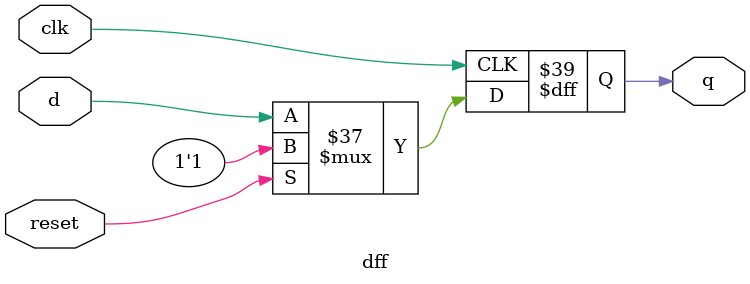
<source format=v>
/*R0 ? 0
  R1 ? P
  for i from m downto 0 do
      if di = 0 then
          R1 ? point_add(R0, R1)
          R0 ? point_double(R0)
      else
          R0 ? point_add(R0, R1)
          R1 ? point_double(R1)
  return R0*/
  module ecc_montgomeryk(clk,rst,inp_msg,out_msg);
  input clk,rst;
  input [3:0]inp_msg;
  output [3:0]out_msg;
  wire [2:0]nb;
  wire signed[4:0]g_x,g_y;
  reg signed[7:0]pb_x,pb_y;
  wire [2:0]k;
 // reg [2:0]nb=3'b100;
  wire [3:0]g;

  wire signed[4:0]pm_x,pm_y;
 // reg signed[7:0]g_x = 8'sb1000;
 // reg signed[7:0]g_y = 8'sb0111;
  reg signed[7:0]cipher1_x,cipher1_y,kpb_x,kpb_y,cipher2_x,cipher2_y,dc1_x,dc1_y,out_x,out_y;
  reg signed[7:0]const_3=8'sb11;
  reg signed[7:0]const_2=8'sb10;
  reg signed[7:0]a=8'sb1;
  reg signed[7:0]x13,x3,y13,y3;
  reg signed[7:0]lambda_pd,lambda_pa;
  reg signed[11:0]lambda1;
  reg signed[7:0]mu,r12,tt,check;
  reg signed[4:0]p=5'sb1011;
  integer comp_flag,z;
  reg signed[7:0]q_x=8'sb0;
  reg signed[7:0]q_y=8'sb0;
  reg signed[7:0]g_x1,g_y1,g_x2,g_y2;
  reg signed[8:0]temp11,temp12,temp1,temp2,x,y,t_x,t_y,temp3,temp4,divisor_copy,dividend_copy;
  reg signed[4:0]mod_x;
  reg signed[4:0]mod_y;
  reg [8:0]temp;

  lfsr3 l31(clk,rst,nb);
  lfsr3 l32(clk,rst,k);
  lfsr l1(clk,rst,g);
  lfsr l2(clk,rst,inp_msg);
  lut11with0 lu1(g,g_x,g_y);
  lut11with0 lu2(inp_msg,pm_x,pm_y);
  
  integer i;
  always@(g_x or g_y) 
  begin
    if(rst==0)
    begin
                  ///////// Pb = nb*G  ////////////
      g_x1=g_x;
      g_y1=g_y;
      for(i=2;i>-1;i=i-1)
      begin
        if(nb[i]==1'sb0)
        begin
        // P=Q+P starts
        
        if((q_x==8'sb0 && q_y==8'sb0)||(g_x1==8'sb0 && g_y1==8'sb0)||(q_x==g_x1 && q_y==-g_y1))begin
            if(q_x==g_x1 && q_y==-g_y1) begin
              g_x1=8'sb0;
              g_y1=8'sb0;
            end
            if(g_x1==8'sb0 && g_y1==8'sb0)begin
              g_x1=q_x;
              g_y1=q_y;
            end
            end
          else begin
            if(q_x==g_x1 && q_y==g_y1)begin
              //pd
              temp11=g_x1*g_x1;
              temp12=const_3*temp11;
              temp1=temp12+a;
              temp2=const_2*g_y1;
              if(temp2==9'sb0)begin
                g_x1=8'sb0;
                g_y1=8'sb0;
                end
              else begin
                if(temp1<9'sb0 && temp2<9'sb0) begin
                  comp_flag=0;
                  temp3=-temp1;
                  temp4=-temp2;
                  end
                if(temp1>9'sb0 && temp2>9'sb0) begin
                  comp_flag=0;
                  temp3=temp1;
                  temp4=temp2;
                  end
                if(temp1<9'sb0 && temp2>9'sb0) begin
                  comp_flag=1;
                  temp3=-temp1;
                  temp4=temp2;
                  end
                if(temp1>9'sb0 && temp2<9'sb0) begin
                  comp_flag=1;
                  temp3=temp1;
                  temp4=-temp2;
                  end
                x=temp3;
                y=temp4;
                for(z=21;z>1;z=z-1) begin
                  t_x=x;
                  t_y=y;
                  if(t_x%z == 0 && t_y%z == 0) begin
                    t_x=x/z;
                    t_y=y/z;
                    end
                  x=t_x;
                  y=t_y;
                  end
                if(comp_flag==0) begin
                  temp3=t_x;
                  temp4=t_y;
                  end
                else begin
                  temp3=-t_x;
                  temp4=t_y;
                  end  
                r12=temp4;
                case(r12)
                  8'b0000: begin
                    mu=8'sb0000;   
                    end
                  8'b0001: begin
                    mu=8'sb0001;   
                    end
                  8'b0010: begin
                    mu=8'sb0110;
                    end
                  8'b0011: begin
                    mu=8'sb0100;
                    end
                  8'b0100: begin
                    mu=8'sb0011;   
                    end
                  8'b0101: begin
                    mu=8'sb1001;   
                    end
                  8'b0110: begin
                    mu=8'sb0010;   
                    end
                  8'b0111: begin
                    mu=8'sb1000;   
                    end
                  8'b1000: begin
                    mu=8'sb0111;   
                    end
                  8'b1001: begin
                    mu=8'sb0101;   
                    end
                  8'b1010: begin
                    mu=8'sb1010;   
                    end
                  8'b1100: begin
                    mu=8'sb0001;   
                    end
                  8'b1110: begin
                    mu=8'sb0100;   
                    end
                  8'b10010: begin
                    mu=8'sb1000;   
                    end
                  8'b10100: begin
                    mu=8'sb0101;   
                    end
                  endcase
                lambda1=temp3*mu;
                if(lambda1<12'sb0) begin
                  check=-lambda1;
                  if(check%p==0) begin
                    lambda_pd=8'sb0;
                    end
                  else begin
                    tt=check/p;
                    lambda_pd=((tt+8'sb1)*p)+lambda1;
                    end
                  end
                else begin
                  lambda_pd=lambda1%p;
                  end
                x13=pointdoubling_x(lambda_pd,g_x1);
                if(x13<8'sb0) begin
                  check=-x13;
                  if(check%p==0) begin
                    x3=8'sb0;
                    end
                  else begin
                    tt=check/p;
                    x3=((tt+8'sb1)*p)+x13;
                    end
                  end
                else begin
                  x3=x13%p;
                  end
                y13=pointdoubling_y(lambda_pd,g_x1,x3,g_y1);
                if(y13<8'sb0) begin
                  check=-y13;
                  if(check%p==0) begin
                    y3=8'sb0;
                    end
                  else begin
                    tt=check/p;
                    y3=((tt+8'sb1)*p)+y13;
                    end
                  end
                else begin
                  y3=y13%p;
                  end
                g_x1=x3;
                g_y1=y3;             
                end
              end   //pd when pa must be done
            else begin
              //pa
              temp11=g_y1-q_y;
              temp12=g_x1-q_x;
              if(temp12==8'sb0) begin
                g_x1=8'sb0;
                g_y1=8'sb0;
                end
              else begin
                if(temp11<9'sb0 && temp12<9'sb0) begin
                  temp1=-temp11;
                  temp2=-temp12;
                  comp_flag=0;
                  end
                if((temp11<9'sb0 && temp12>9'sb0)||(temp11>9'sb0 && temp12<9'sb0)) begin
                  comp_flag=1;
                  if(temp11<9'sb0) begin
                    temp1=-temp11;
                    temp2=temp12;
                   end
                  else begin
                    temp1=temp11;
                    temp2=-temp12;
                    end
                  end
                if(temp11>9'sb0 && temp12>9'sb0) begin
                  temp1=temp11;
                  temp2=temp12;
                  comp_flag=0;
                  end
                x=temp1;
                y=temp2;
                for(z=21;z>1;z=z-1) begin
                  t_x=x;
                  t_y=y;
                  if(t_x%z == 0 && t_y%z == 0) begin
                    t_x=x/z;
                    t_y=y/z;
                    end
                  x=t_x;
                  y=t_y;
                  end
                if(comp_flag==0) begin
                  temp1=t_x;
                  temp2=t_y;
                  end
                else begin
                  temp1=-t_x;
                  temp2=t_y;
                  end  
                r12=temp2;
                case(r12)
                  8'b0000: begin
                    mu=8'sb0000;   
                    end
                  8'b0001: begin
                    mu=8'sb0001;   
                    end
                  8'b0010: begin
                    mu=8'sb0110;
                    end
                  8'b0011: begin
                    mu=8'sb0100;
                    end
                  8'b0100: begin
                    mu=8'sb0011;   
                    end
                  8'b0101: begin
                    mu=8'sb1001;   
                    end
                  8'b0110: begin
                    mu=8'sb0010;   
                    end
                  8'b0111: begin
                    mu=8'sb1000;   
                    end
                  8'b1000: begin
                    mu=8'sb0111;   
                    end
                  8'b1001: begin
                    mu=8'sb0101;   
                    end
                  8'b1010: begin
                    mu=8'sb1010;   
                    end
                  8'b1100: begin
                    mu=8'sb0001;   
                    end
                  8'b1110: begin
                    mu=8'sb0100;   
                    end
                  8'b10010: begin
                    mu=8'sb1000;   
                    end
                  8'b10100: begin
                    mu=8'sb0101;   
                    end
                  endcase
                lambda1=temp1*mu;
                if(lambda1<12'sb0) begin
                  check=-lambda1;
                  if(check%p==0) begin
                    lambda_pa=8'sb0;
                    end
                  else begin
                    tt=check/p;
                    lambda_pa=((tt+8'sb1)*p)+lambda1;
                    end
                  end
                else begin
                  lambda_pa=lambda1%p;
                  end
                //end
                x13=pointaddition_x(lambda_pa,q_x,g_x1);
                if(x13<8'sb0) begin
                  check=-x13;
                  if(check%p==0) begin
                    x3=8'sb0;
                    end
                  else begin
                    tt=check/p;
                    x3=((tt+8'sb1)*p)+x13;
                    end
                  end
                else begin
                  x3=x13%p;
                  end
                y13=pointaddition_y(lambda_pa,q_x,x3,q_y);
                if(y13<8'sb0) begin
                  check=-y13;
                  if(check%p==0) begin
                    y3=8'sb0;
                    end
                  else begin
                    tt=check/p;
                    y3=((tt+8'sb1)*p)+y13;
                    end
                  end
                else begin
                  y3=y13%p;
                  end
                g_x1=x3;
                g_y1=y3;
                end   
              end// pa when pa must be done
            end
        
        // P=Q+P ends 
        // Q=2Q starts
        temp11=q_x*q_x;
        temp12=const_3*temp11;
        temp1=temp12+a;
        temp2=const_2*q_y;
        if(temp2==9'sb0) begin
          q_x=8'sb0;
          q_y=8'sb0;
          end
        else begin
          if(temp1<9'sb0 && temp2<9'sb0) begin
            comp_flag=0;
            temp3=-temp1;
            temp4=-temp2;
            end
          if(temp1>9'sb0 && temp2>9'sb0) begin
            comp_flag=0;
            temp3=temp1;
            temp4=temp2;
            end
          if(temp1<9'sb0 && temp2>9'sb0) begin
            comp_flag=1;
            temp3=-temp1;
            temp4=temp2;
            end
          if(temp1>9'sb0 && temp2<9'sb0) begin
            comp_flag=1;
            temp3=temp1;
            temp4=-temp2;
            end
          x=temp3;
          y=temp4;  
          for(z=21;z>1;z=z-1) begin
            t_x=x;
            t_y=y;
            if(t_x%z == 0 && t_y%z == 0) begin
              t_x=x/z;
              t_y=y/z;
              end
            x=t_x;
            y=t_y;
          end
          if(comp_flag==0) begin
            temp3=t_x;
            temp4=t_y;
            end
          else begin
            temp3=-t_x;
            temp4=t_y;
            end  
          r12=temp4;
          case(r12)
            8'b0000: begin
              mu=8'sb0000;   
              end
            8'b0001: begin
              mu=8'sb0001;   
              end
            8'b0010: begin
              mu=8'sb0110;
              end
            8'b0011: begin
              mu=8'sb0100;
              end
            8'b0100: begin
              mu=8'sb0011;   
              end
            8'b0101: begin
              mu=8'sb1001;   
              end
            8'b0110: begin
              mu=8'sb0010;   
              end
            8'b0111: begin
              mu=8'sb1000;   
              end
            8'b1000: begin
              mu=8'sb0111;   
              end
            8'b1001: begin
              mu=8'sb0101;   
              end
            8'b1010: begin
              mu=8'sb1010;   
              end
            8'b1100: begin
              mu=8'sb0001;   
              end
            8'b1110: begin
              mu=8'sb0100;   
              end
            8'b10010: begin
              mu=8'sb1000;   
              end
            8'b10100: begin
              mu=8'sb0101;   
              end
            endcase
          lambda1=temp3*mu;
          if(lambda1<12'sb0) begin
            check=-lambda1;
            if(check%p==0) begin
              lambda_pd=8'sb0;
              end
            else begin
              tt=check/p;
              lambda_pd=((tt+8'sb1)*p)+lambda1;
              end
            end
          else begin
            lambda_pd=lambda1%p;
            end
          x13=pointdoubling_x(lambda_pd,q_x);
          if(x13<8'sb0) begin
            check=-x13;
            if(check%p==0) begin
              x3=8'sb0;
              end
            else begin
              tt=check/p;
              x3=((tt+8'sb1)*p)+x13;
              end
            end
          else begin
            x3=x13%p;
            end
          y13=pointdoubling_y(lambda_pd,q_x,x3,q_y);
          if(y13<8'sb0) begin
            check=-y13;
            if(check%p==0) begin
              y3=8'sb0;
              end
            else begin
              tt=check/p;
              y3=((tt+8'sb1)*p)+y13;
              end
            end
          else begin
            y3=y13%p;
            end
          q_x=x3;
          q_y=y3;             
          end 
        
        // Q=2Q ends
        end//nb[i] is 0
        else
        begin
          // Q=Q+P starts
          
          if((q_x==8'sb0 && q_y==8'sb0)||(g_x1==8'sb0 && g_y1==8'sb0)||(q_x==g_x1 && q_y==-g_y1))begin
            if(q_x==g_x1 && q_y==-g_y1) begin
              q_x=8'sb0;
              q_y=8'sb0;
            end
            if(q_x==8'sb0 && q_y==8'sb0)begin
              q_x=g_x1;
              q_y=g_y1;
            end
            end
          else begin
            if(q_x==g_x1 && q_y==g_y1)begin
              //pd
              temp11=g_x1*g_x1;
              temp12=const_3*temp11;
              temp1=temp12+a;
              temp2=const_2*g_y1;
              if(temp2==9'sb0)begin
                q_x=8'sb0;
                q_y=8'sb0;
                end
              else begin
                if(temp1<9'sb0 && temp2<9'sb0) begin
                  comp_flag=0;
                  temp3=-temp1;
                  temp4=-temp2;
                  end
                if(temp1>9'sb0 && temp2>9'sb0) begin
                  comp_flag=0;
                  temp3=temp1;
                  temp4=temp2;
                  end
                if(temp1<9'sb0 && temp2>9'sb0) begin
                  comp_flag=1;
                  temp3=-temp1;
                  temp4=temp2;
                  end
                if(temp1>9'sb0 && temp2<9'sb0) begin
                  comp_flag=1;
                  temp3=temp1;
                  temp4=-temp2;
                  end
                x=temp3;
                y=temp4;
                for(z=21;z>1;z=z-1) begin
                  t_x=x;
                  t_y=y;
                  if(t_x%z == 0 && t_y%z == 0) begin
                    t_x=x/z;
                    t_y=y/z;
                    end
                  x=t_x;
                  y=t_y;
                  end
                if(comp_flag==0) begin
                  temp3=t_x;
                  temp4=t_y;
                  end
                else begin
                  temp3=-t_x;
                  temp4=t_y;
                  end  
                r12=temp4;
                case(r12)
                  8'b0000: begin
                    mu=8'sb0000;   
                    end
                  8'b0001: begin
                    mu=8'sb0001;   
                    end
                  8'b0010: begin
                    mu=8'sb0110;
                    end
                  8'b0011: begin
                    mu=8'sb0100;
                    end
                  8'b0100: begin
                    mu=8'sb0011;   
                    end
                  8'b0101: begin
                    mu=8'sb1001;   
                    end
                  8'b0110: begin
                    mu=8'sb0010;   
                    end
                  8'b0111: begin
                    mu=8'sb1000;   
                    end
                  8'b1000: begin
                    mu=8'sb0111;   
                    end
                  8'b1001: begin
                    mu=8'sb0101;   
                    end
                  8'b1010: begin
                    mu=8'sb1010;   
                    end
                  8'b1100: begin
                    mu=8'sb0001;   
                    end
                  8'b1110: begin
                    mu=8'sb0100;   
                    end
                  8'b10010: begin
                    mu=8'sb1000;   
                    end
                  8'b10100: begin
                    mu=8'sb0101;   
                    end
                  endcase
                lambda1=temp3*mu;
                if(lambda1<12'sb0) begin
                  check=-lambda1;
                  if(check%p==0) begin
                    lambda_pd=8'sb0;
                    end
                  else begin
                    tt=check/p;
                    lambda_pd=((tt+8'sb1)*p)+lambda1;
                    end
                  end
                else begin
                  lambda_pd=lambda1%p;
                  end
                x13=pointdoubling_x(lambda_pd,g_x1);
                if(x13<8'sb0) begin
                  check=-x13;
                  if(check%p==0) begin
                    x3=8'sb0;
                    end
                  else begin
                    tt=check/p;
                    x3=((tt+8'sb1)*p)+x13;
                    end
                  end
                else begin
                  x3=x13%p;
                  end
                y13=pointdoubling_y(lambda_pd,g_x1,x3,g_y1);
                if(y13<8'sb0) begin
                  check=-y13;
                  if(check%p==0) begin
                    y3=8'sb0;
                    end
                  else begin
                    tt=check/p;
                    y3=((tt+8'sb1)*p)+y13;
                    end
                  end
                else begin
                  y3=y13%p;
                  end
                q_x=x3;
                q_y=y3;             
                end
              end   //pd when pa must be done
            else begin
              //pa
              temp11=g_y1-q_y;
              temp12=g_x1-q_x;
              if(temp12==8'sb0) begin
                q_x=8'sb0;
                q_y=8'sb0;
                end
              else begin
                if(temp11<9'sb0 && temp12<9'sb0) begin
                  temp1=-temp11;
                  temp2=-temp12;
                  comp_flag=0;
                  end
                if((temp11<9'sb0 && temp12>9'sb0)||(temp11>9'sb0 && temp12<9'sb0)) begin
                  comp_flag=1;
                  if(temp11<9'sb0) begin
                    temp1=-temp11;
                    temp2=temp12;
                   end
                  else begin
                    temp1=temp11;
                    temp2=-temp12;
                    end
                  end
                if(temp11>9'sb0 && temp12>9'sb0) begin
                  temp1=temp11;
                  temp2=temp12;
                  comp_flag=0;
                  end
                x=temp1;
                y=temp2;
                for(z=21;z>1;z=z-1) begin
                  t_x=x;
                  t_y=y;
                  if(t_x%z == 0 && t_y%z == 0) begin
                    t_x=x/z;
                    t_y=y/z;
                    end
                  x=t_x;
                  y=t_y;
                  end
                if(comp_flag==0) begin
                  temp1=t_x;
                  temp2=t_y;
                  end
                else begin
                  temp1=-t_x;
                  temp2=t_y;
                  end  
                r12=temp2;
                case(r12)
                  8'b0000: begin
                    mu=8'sb0000;   
                    end
                  8'b0001: begin
                    mu=8'sb0001;   
                    end
                  8'b0010: begin
                    mu=8'sb0110;
                    end
                  8'b0011: begin
                    mu=8'sb0100;
                    end
                  8'b0100: begin
                    mu=8'sb0011;   
                    end
                  8'b0101: begin
                    mu=8'sb1001;   
                    end
                  8'b0110: begin
                    mu=8'sb0010;   
                    end
                  8'b0111: begin
                    mu=8'sb1000;   
                    end
                  8'b1000: begin
                    mu=8'sb0111;   
                    end
                  8'b1001: begin
                    mu=8'sb0101;   
                    end
                  8'b1010: begin
                    mu=8'sb1010;   
                    end
                  8'b1100: begin
                    mu=8'sb0001;   
                    end
                  8'b1110: begin
                    mu=8'sb0100;   
                    end
                  8'b10010: begin
                    mu=8'sb1000;   
                    end
                  8'b10100: begin
                    mu=8'sb0101;   
                    end
                  endcase
                lambda1=temp1*mu;
                if(lambda1<12'sb0) begin
                  check=-lambda1;
                  if(check%p==0) begin
                    lambda_pa=8'sb0;
                    end
                  else begin
                    tt=check/p;
                    lambda_pa=((tt+8'sb1)*p)+lambda1;
                    end
                  end
                else begin
                  lambda_pa=lambda1%p;
                  end
                //end
                x13=pointaddition_x(lambda_pa,q_x,g_x1);
                if(x13<8'sb0) begin
                  check=-x13;
                  if(check%p==0) begin
                    x3=8'sb0;
                    end
                  else begin
                    tt=check/p;
                    x3=((tt+8'sb1)*p)+x13;
                    end
                  end
                else begin
                  x3=x13%p;
                  end
                y13=pointaddition_y(lambda_pa,q_x,x3,q_y);
                if(y13<8'sb0) begin
                  check=-y13;
                  if(check%p==0) begin
                    y3=8'sb0;
                    end
                  else begin
                    tt=check/p;
                    y3=((tt+8'sb1)*p)+y13;
                    end
                  end
                else begin
                  y3=y13%p;
                  end
                q_x=x3;
                q_y=y3;
                end   
              end// pa when pa must be done
            end
          // Q=Q+P ends
          
          // P=2P starts
          
        temp11=g_x1*g_x1;
        temp12=const_3*temp11;
        temp1=temp12+a;
        temp2=const_2*g_y1;
        if(temp2==9'sb0) begin
          g_x1=8'sb0;
          g_y1=8'sb0;
          end
        else begin
          if(temp1<9'sb0 && temp2<9'sb0) begin
            comp_flag=0;
            temp3=-temp1;
            temp4=-temp2;
            end
          if(temp1>9'sb0 && temp2>9'sb0) begin
            comp_flag=0;
            temp3=temp1;
            temp4=temp2;
            end
          if(temp1<9'sb0 && temp2>9'sb0) begin
            comp_flag=1;
            temp3=-temp1;
            temp4=temp2;
            end
          if(temp1>9'sb0 && temp2<9'sb0) begin
            comp_flag=1;
            temp3=temp1;
            temp4=-temp2;
            end
          x=temp3;
          y=temp4;  
          for(z=21;z>1;z=z-1) begin
            t_x=x;
            t_y=y;
            if(t_x%z == 0 && t_y%z == 0) begin
              t_x=x/z;
              t_y=y/z;
              end
            x=t_x;
            y=t_y;
          end
          if(comp_flag==0) begin
            temp3=t_x;
            temp4=t_y;
            end
          else begin
            temp3=-t_x;
            temp4=t_y;
            end  
          r12=temp4;
          case(r12)
            8'b0000: begin
              mu=8'sb0000;   
              end
            8'b0001: begin
              mu=8'sb0001;   
              end
            8'b0010: begin
              mu=8'sb0110;
              end
            8'b0011: begin
              mu=8'sb0100;
              end
            8'b0100: begin
              mu=8'sb0011;   
              end
            8'b0101: begin
              mu=8'sb1001;   
              end
            8'b0110: begin
              mu=8'sb0010;   
              end
            8'b0111: begin
              mu=8'sb1000;   
              end
            8'b1000: begin
              mu=8'sb0111;   
              end
            8'b1001: begin
              mu=8'sb0101;   
              end
            8'b1010: begin
              mu=8'sb1010;   
              end
            8'b1100: begin
              mu=8'sb0001;   
              end
            8'b1110: begin
              mu=8'sb0100;   
              end
            8'b10010: begin
              mu=8'sb1000;   
              end
            8'b10100: begin
              mu=8'sb0101;   
              end
            endcase
          lambda1=temp3*mu;
          if(lambda1<12'sb0) begin
            check=-lambda1;
            if(check%p==0) begin
              lambda_pd=8'sb0;
              end
            else begin
              tt=check/p;
              lambda_pd=((tt+8'sb1)*p)+lambda1;
              end
            end
          else begin
            lambda_pd=lambda1%p;
            end
          x13=pointdoubling_x(lambda_pd,g_x1);
          if(x13<8'sb0) begin
            check=-x13;
            if(check%p==0) begin
              x3=8'sb0;
              end
            else begin
              tt=check/p;
              x3=((tt+8'sb1)*p)+x13;
              end
            end
          else begin
            x3=x13%p;
            end
          y13=pointdoubling_y(lambda_pd,g_x1,x3,g_y1);
          if(y13<8'sb0) begin
            check=-y13;
            if(check%p==0) begin
              y3=8'sb0;
              end
            else begin
              tt=check/p;
              y3=((tt+8'sb1)*p)+y13;
              end
            end
          else begin
            y3=y13%p;
            end
          g_x1=x3;
          g_y1=y3;             
          end
          // P=2P ends
        end//nb[i] is 1
      end// for loop end
      pb_x=q_x;
      pb_y=q_y;
      
        ///////////      Calculation of kG (Ciphertext1)     /////////////
  q_x=9'sb0;
  q_y=9'sb0;
  g_x1=g_x;
  g_y1=g_y;
  
  for(i=2;i>-1;i=i-1)
      begin
        if(nb[i]==1'sb0)
        begin
        // P=Q+P starts
        
        if((q_x==8'sb0 && q_y==8'sb0)||(g_x1==8'sb0 && g_y1==8'sb0)||(q_x==g_x1 && q_y==-g_y1))begin
            if(q_x==g_x1 && q_y==-g_y1) begin
              g_x1=8'sb0;
              g_y1=8'sb0;
            end
            if(g_x1==8'sb0 && g_y1==8'sb0)begin
              g_x1=q_x;
              g_y1=q_y;
            end
            end
          else begin
            if(q_x==g_x1 && q_y==g_y1)begin
              //pd
              temp11=g_x1*g_x1;
              temp12=const_3*temp11;
              temp1=temp12+a;
              temp2=const_2*g_y1;
              if(temp2==9'sb0)begin
                g_x1=8'sb0;
                g_y1=8'sb0;
                end
              else begin
                if(temp1<9'sb0 && temp2<9'sb0) begin
                  comp_flag=0;
                  temp3=-temp1;
                  temp4=-temp2;
                  end
                if(temp1>9'sb0 && temp2>9'sb0) begin
                  comp_flag=0;
                  temp3=temp1;
                  temp4=temp2;
                  end
                if(temp1<9'sb0 && temp2>9'sb0) begin
                  comp_flag=1;
                  temp3=-temp1;
                  temp4=temp2;
                  end
                if(temp1>9'sb0 && temp2<9'sb0) begin
                  comp_flag=1;
                  temp3=temp1;
                  temp4=-temp2;
                  end
                x=temp3;
                y=temp4;
                for(z=21;z>1;z=z-1) begin
                  t_x=x;
                  t_y=y;
                  if(t_x%z == 0 && t_y%z == 0) begin
                    t_x=x/z;
                    t_y=y/z;
                    end
                  x=t_x;
                  y=t_y;
                  end
                if(comp_flag==0) begin
                  temp3=t_x;
                  temp4=t_y;
                  end
                else begin
                  temp3=-t_x;
                  temp4=t_y;
                  end  
                r12=temp4;
                case(r12)
                  8'b0000: begin
                    mu=8'sb0000;   
                    end
                  8'b0001: begin
                    mu=8'sb0001;   
                    end
                  8'b0010: begin
                    mu=8'sb0110;
                    end
                  8'b0011: begin
                    mu=8'sb0100;
                    end
                  8'b0100: begin
                    mu=8'sb0011;   
                    end
                  8'b0101: begin
                    mu=8'sb1001;   
                    end
                  8'b0110: begin
                    mu=8'sb0010;   
                    end
                  8'b0111: begin
                    mu=8'sb1000;   
                    end
                  8'b1000: begin
                    mu=8'sb0111;   
                    end
                  8'b1001: begin
                    mu=8'sb0101;   
                    end
                  8'b1010: begin
                    mu=8'sb1010;   
                    end
                  8'b1100: begin
                    mu=8'sb0001;   
                    end
                  8'b1110: begin
                    mu=8'sb0100;   
                    end
                  8'b10010: begin
                    mu=8'sb1000;   
                    end
                  8'b10100: begin
                    mu=8'sb0101;   
                    end
                  endcase
                lambda1=temp3*mu;
                if(lambda1<12'sb0) begin
                  check=-lambda1;
                  if(check%p==0) begin
                    lambda_pd=8'sb0;
                    end
                  else begin
                    tt=check/p;
                    lambda_pd=((tt+8'sb1)*p)+lambda1;
                    end
                  end
                else begin
                  lambda_pd=lambda1%p;
                  end
                x13=pointdoubling_x(lambda_pd,g_x1);
                if(x13<8'sb0) begin
                  check=-x13;
                  if(check%p==0) begin
                    x3=8'sb0;
                    end
                  else begin
                    tt=check/p;
                    x3=((tt+8'sb1)*p)+x13;
                    end
                  end
                else begin
                  x3=x13%p;
                  end
                y13=pointdoubling_y(lambda_pd,g_x1,x3,g_y1);
                if(y13<8'sb0) begin
                  check=-y13;
                  if(check%p==0) begin
                    y3=8'sb0;
                    end
                  else begin
                    tt=check/p;
                    y3=((tt+8'sb1)*p)+y13;
                    end
                  end
                else begin
                  y3=y13%p;
                  end
                g_x1=x3;
                g_y1=y3;             
                end
              end   //pd when pa must be done
            else begin
              //pa
              temp11=g_y1-q_y;
              temp12=g_x1-q_x;
              if(temp12==8'sb0) begin
                g_x1=8'sb0;
                g_y1=8'sb0;
                end
              else begin
                if(temp11<9'sb0 && temp12<9'sb0) begin
                  temp1=-temp11;
                  temp2=-temp12;
                  comp_flag=0;
                  end
                if((temp11<9'sb0 && temp12>9'sb0)||(temp11>9'sb0 && temp12<9'sb0)) begin
                  comp_flag=1;
                  if(temp11<9'sb0) begin
                    temp1=-temp11;
                    temp2=temp12;
                   end
                  else begin
                    temp1=temp11;
                    temp2=-temp12;
                    end
                  end
                if(temp11>9'sb0 && temp12>9'sb0) begin
                  temp1=temp11;
                  temp2=temp12;
                  comp_flag=0;
                  end
                x=temp1;
                y=temp2;
                for(z=21;z>1;z=z-1) begin
                  t_x=x;
                  t_y=y;
                  if(t_x%z == 0 && t_y%z == 0) begin
                    t_x=x/z;
                    t_y=y/z;
                    end
                  x=t_x;
                  y=t_y;
                  end
                if(comp_flag==0) begin
                  temp1=t_x;
                  temp2=t_y;
                  end
                else begin
                  temp1=-t_x;
                  temp2=t_y;
                  end  
                r12=temp2;
                case(r12)
                  8'b0000: begin
                    mu=8'sb0000;   
                    end
                  8'b0001: begin
                    mu=8'sb0001;   
                    end
                  8'b0010: begin
                    mu=8'sb0110;
                    end
                  8'b0011: begin
                    mu=8'sb0100;
                    end
                  8'b0100: begin
                    mu=8'sb0011;   
                    end
                  8'b0101: begin
                    mu=8'sb1001;   
                    end
                  8'b0110: begin
                    mu=8'sb0010;   
                    end
                  8'b0111: begin
                    mu=8'sb1000;   
                    end
                  8'b1000: begin
                    mu=8'sb0111;   
                    end
                  8'b1001: begin
                    mu=8'sb0101;   
                    end
                  8'b1010: begin
                    mu=8'sb1010;   
                    end
                  8'b1100: begin
                    mu=8'sb0001;   
                    end
                  8'b1110: begin
                    mu=8'sb0100;   
                    end
                  8'b10010: begin
                    mu=8'sb1000;   
                    end
                  8'b10100: begin
                    mu=8'sb0101;   
                    end
                  endcase
                lambda1=temp1*mu;
                if(lambda1<12'sb0) begin
                  check=-lambda1;
                  if(check%p==0) begin
                    lambda_pa=8'sb0;
                    end
                  else begin
                    tt=check/p;
                    lambda_pa=((tt+8'sb1)*p)+lambda1;
                    end
                  end
                else begin
                  lambda_pa=lambda1%p;
                  end
                //end
                x13=pointaddition_x(lambda_pa,q_x,g_x1);
                if(x13<8'sb0) begin
                  check=-x13;
                  if(check%p==0) begin
                    x3=8'sb0;
                    end
                  else begin
                    tt=check/p;
                    x3=((tt+8'sb1)*p)+x13;
                    end
                  end
                else begin
                  x3=x13%p;
                  end
                y13=pointaddition_y(lambda_pa,q_x,x3,q_y);
                if(y13<8'sb0) begin
                  check=-y13;
                  if(check%p==0) begin
                    y3=8'sb0;
                    end
                  else begin
                    tt=check/p;
                    y3=((tt+8'sb1)*p)+y13;
                    end
                  end
                else begin
                  y3=y13%p;
                  end
                g_x1=x3;
                g_y1=y3;
                end   
              end// pa when pa must be done
            end
        
        // P=Q+P ends 
        // Q=2Q starts
        temp11=q_x*q_x;
        temp12=const_3*temp11;
        temp1=temp12+a;
        temp2=const_2*q_y;
        if(temp2==9'sb0) begin
          q_x=8'sb0;
          q_y=8'sb0;
          end
        else begin
          if(temp1<9'sb0 && temp2<9'sb0) begin
            comp_flag=0;
            temp3=-temp1;
            temp4=-temp2;
            end
          if(temp1>9'sb0 && temp2>9'sb0) begin
            comp_flag=0;
            temp3=temp1;
            temp4=temp2;
            end
          if(temp1<9'sb0 && temp2>9'sb0) begin
            comp_flag=1;
            temp3=-temp1;
            temp4=temp2;
            end
          if(temp1>9'sb0 && temp2<9'sb0) begin
            comp_flag=1;
            temp3=temp1;
            temp4=-temp2;
            end
          x=temp3;
          y=temp4;  
          for(z=21;z>1;z=z-1) begin
            t_x=x;
            t_y=y;
            if(t_x%z == 0 && t_y%z == 0) begin
              t_x=x/z;
              t_y=y/z;
              end
            x=t_x;
            y=t_y;
          end
          if(comp_flag==0) begin
            temp3=t_x;
            temp4=t_y;
            end
          else begin
            temp3=-t_x;
            temp4=t_y;
            end  
          r12=temp4;
          case(r12)
            8'b0000: begin
              mu=8'sb0000;   
              end
            8'b0001: begin
              mu=8'sb0001;   
              end
            8'b0010: begin
              mu=8'sb0110;
              end
            8'b0011: begin
              mu=8'sb0100;
              end
            8'b0100: begin
              mu=8'sb0011;   
              end
            8'b0101: begin
              mu=8'sb1001;   
              end
            8'b0110: begin
              mu=8'sb0010;   
              end
            8'b0111: begin
              mu=8'sb1000;   
              end
            8'b1000: begin
              mu=8'sb0111;   
              end
            8'b1001: begin
              mu=8'sb0101;   
              end
            8'b1010: begin
              mu=8'sb1010;   
              end
            8'b1100: begin
              mu=8'sb0001;   
              end
            8'b1110: begin
              mu=8'sb0100;   
              end
            8'b10010: begin
              mu=8'sb1000;   
              end
            8'b10100: begin
              mu=8'sb0101;   
              end
            endcase
          lambda1=temp3*mu;
          if(lambda1<12'sb0) begin
            check=-lambda1;
            if(check%p==0) begin
              lambda_pd=8'sb0;
              end
            else begin
              tt=check/p;
              lambda_pd=((tt+8'sb1)*p)+lambda1;
              end
            end
          else begin
            lambda_pd=lambda1%p;
            end
          x13=pointdoubling_x(lambda_pd,q_x);
          if(x13<8'sb0) begin
            check=-x13;
            if(check%p==0) begin
              x3=8'sb0;
              end
            else begin
              tt=check/p;
              x3=((tt+8'sb1)*p)+x13;
              end
            end
          else begin
            x3=x13%p;
            end
          y13=pointdoubling_y(lambda_pd,q_x,x3,q_y);
          if(y13<8'sb0) begin
            check=-y13;
            if(check%p==0) begin
              y3=8'sb0;
              end
            else begin
              tt=check/p;
              y3=((tt+8'sb1)*p)+y13;
              end
            end
          else begin
            y3=y13%p;
            end
          q_x=x3;
          q_y=y3;             
          end 
        
        // Q=2Q ends
        end//nb[i] is 0
        else
        begin
          // Q=Q+P starts
          
          if((q_x==8'sb0 && q_y==8'sb0)||(g_x1==8'sb0 && g_y1==8'sb0)||(q_x==g_x1 && q_y==-g_y1))begin
            if(q_x==g_x1 && q_y==-g_y1) begin
              q_x=8'sb0;
              q_y=8'sb0;
            end
            if(q_x==8'sb0 && q_y==8'sb0)begin
              q_x=g_x1;
              q_y=g_y1;
            end
            end
          else begin
            if(q_x==g_x1 && q_y==g_y1)begin
              //pd
              temp11=g_x1*g_x1;
              temp12=const_3*temp11;
              temp1=temp12+a;
              temp2=const_2*g_y1;
              if(temp2==9'sb0)begin
                q_x=8'sb0;
                q_y=8'sb0;
                end
              else begin
                if(temp1<9'sb0 && temp2<9'sb0) begin
                  comp_flag=0;
                  temp3=-temp1;
                  temp4=-temp2;
                  end
                if(temp1>9'sb0 && temp2>9'sb0) begin
                  comp_flag=0;
                  temp3=temp1;
                  temp4=temp2;
                  end
                if(temp1<9'sb0 && temp2>9'sb0) begin
                  comp_flag=1;
                  temp3=-temp1;
                  temp4=temp2;
                  end
                if(temp1>9'sb0 && temp2<9'sb0) begin
                  comp_flag=1;
                  temp3=temp1;
                  temp4=-temp2;
                  end
                x=temp3;
                y=temp4;
                for(z=21;z>1;z=z-1) begin
                  t_x=x;
                  t_y=y;
                  if(t_x%z == 0 && t_y%z == 0) begin
                    t_x=x/z;
                    t_y=y/z;
                    end
                  x=t_x;
                  y=t_y;
                  end
                if(comp_flag==0) begin
                  temp3=t_x;
                  temp4=t_y;
                  end
                else begin
                  temp3=-t_x;
                  temp4=t_y;
                  end  
                r12=temp4;
                case(r12)
                  8'b0000: begin
                    mu=8'sb0000;   
                    end
                  8'b0001: begin
                    mu=8'sb0001;   
                    end
                  8'b0010: begin
                    mu=8'sb0110;
                    end
                  8'b0011: begin
                    mu=8'sb0100;
                    end
                  8'b0100: begin
                    mu=8'sb0011;   
                    end
                  8'b0101: begin
                    mu=8'sb1001;   
                    end
                  8'b0110: begin
                    mu=8'sb0010;   
                    end
                  8'b0111: begin
                    mu=8'sb1000;   
                    end
                  8'b1000: begin
                    mu=8'sb0111;   
                    end
                  8'b1001: begin
                    mu=8'sb0101;   
                    end
                  8'b1010: begin
                    mu=8'sb1010;   
                    end
                  8'b1100: begin
                    mu=8'sb0001;   
                    end
                  8'b1110: begin
                    mu=8'sb0100;   
                    end
                  8'b10010: begin
                    mu=8'sb1000;   
                    end
                  8'b10100: begin
                    mu=8'sb0101;   
                    end
                  endcase
                lambda1=temp3*mu;
                if(lambda1<12'sb0) begin
                  check=-lambda1;
                  if(check%p==0) begin
                    lambda_pd=8'sb0;
                    end
                  else begin
                    tt=check/p;
                    lambda_pd=((tt+8'sb1)*p)+lambda1;
                    end
                  end
                else begin
                  lambda_pd=lambda1%p;
                  end
                x13=pointdoubling_x(lambda_pd,g_x1);
                if(x13<8'sb0) begin
                  check=-x13;
                  if(check%p==0) begin
                    x3=8'sb0;
                    end
                  else begin
                    tt=check/p;
                    x3=((tt+8'sb1)*p)+x13;
                    end
                  end
                else begin
                  x3=x13%p;
                  end
                y13=pointdoubling_y(lambda_pd,g_x1,x3,g_y1);
                if(y13<8'sb0) begin
                  check=-y13;
                  if(check%p==0) begin
                    y3=8'sb0;
                    end
                  else begin
                    tt=check/p;
                    y3=((tt+8'sb1)*p)+y13;
                    end
                  end
                else begin
                  y3=y13%p;
                  end
                q_x=x3;
                q_y=y3;             
                end
              end   //pd when pa must be done
            else begin
              //pa
              temp11=g_y1-q_y;
              temp12=g_x1-q_x;
              if(temp12==8'sb0) begin
                q_x=8'sb0;
                q_y=8'sb0;
                end
              else begin
                if(temp11<9'sb0 && temp12<9'sb0) begin
                  temp1=-temp11;
                  temp2=-temp12;
                  comp_flag=0;
                  end
                if((temp11<9'sb0 && temp12>9'sb0)||(temp11>9'sb0 && temp12<9'sb0)) begin
                  comp_flag=1;
                  if(temp11<9'sb0) begin
                    temp1=-temp11;
                    temp2=temp12;
                   end
                  else begin
                    temp1=temp11;
                    temp2=-temp12;
                    end
                  end
                if(temp11>9'sb0 && temp12>9'sb0) begin
                  temp1=temp11;
                  temp2=temp12;
                  comp_flag=0;
                  end
                x=temp1;
                y=temp2;
                for(z=21;z>1;z=z-1) begin
                  t_x=x;
                  t_y=y;
                  if(t_x%z == 0 && t_y%z == 0) begin
                    t_x=x/z;
                    t_y=y/z;
                    end
                  x=t_x;
                  y=t_y;
                  end
                if(comp_flag==0) begin
                  temp1=t_x;
                  temp2=t_y;
                  end
                else begin
                  temp1=-t_x;
                  temp2=t_y;
                  end  
                r12=temp2;
                case(r12)
                  8'b0000: begin
                    mu=8'sb0000;   
                    end
                  8'b0001: begin
                    mu=8'sb0001;   
                    end
                  8'b0010: begin
                    mu=8'sb0110;
                    end
                  8'b0011: begin
                    mu=8'sb0100;
                    end
                  8'b0100: begin
                    mu=8'sb0011;   
                    end
                  8'b0101: begin
                    mu=8'sb1001;   
                    end
                  8'b0110: begin
                    mu=8'sb0010;   
                    end
                  8'b0111: begin
                    mu=8'sb1000;   
                    end
                  8'b1000: begin
                    mu=8'sb0111;   
                    end
                  8'b1001: begin
                    mu=8'sb0101;   
                    end
                  8'b1010: begin
                    mu=8'sb1010;   
                    end
                  8'b1100: begin
                    mu=8'sb0001;   
                    end
                  8'b1110: begin
                    mu=8'sb0100;   
                    end
                  8'b10010: begin
                    mu=8'sb1000;   
                    end
                  8'b10100: begin
                    mu=8'sb0101;   
                    end
                  endcase
                lambda1=temp1*mu;
                if(lambda1<12'sb0) begin
                  check=-lambda1;
                  if(check%p==0) begin
                    lambda_pa=8'sb0;
                    end
                  else begin
                    tt=check/p;
                    lambda_pa=((tt+8'sb1)*p)+lambda1;
                    end
                  end
                else begin
                  lambda_pa=lambda1%p;
                  end
                //end
                x13=pointaddition_x(lambda_pa,q_x,g_x1);
                if(x13<8'sb0) begin
                  check=-x13;
                  if(check%p==0) begin
                    x3=8'sb0;
                    end
                  else begin
                    tt=check/p;
                    x3=((tt+8'sb1)*p)+x13;
                    end
                  end
                else begin
                  x3=x13%p;
                  end
                y13=pointaddition_y(lambda_pa,q_x,x3,q_y);
                if(y13<8'sb0) begin
                  check=-y13;
                  if(check%p==0) begin
                    y3=8'sb0;
                    end
                  else begin
                    tt=check/p;
                    y3=((tt+8'sb1)*p)+y13;
                    end
                  end
                else begin
                  y3=y13%p;
                  end
                q_x=x3;
                q_y=y3;
                end   
              end// pa when pa must be done
            end
          // Q=Q+P ends
          
          // P=2P starts
          
        temp11=g_x1*g_x1;
        temp12=const_3*temp11;
        temp1=temp12+a;
        temp2=const_2*g_y1;
        if(temp2==9'sb0) begin
          g_x1=8'sb0;
          g_y1=8'sb0;
          end
        else begin
          if(temp1<9'sb0 && temp2<9'sb0) begin
            comp_flag=0;
            temp3=-temp1;
            temp4=-temp2;
            end
          if(temp1>9'sb0 && temp2>9'sb0) begin
            comp_flag=0;
            temp3=temp1;
            temp4=temp2;
            end
          if(temp1<9'sb0 && temp2>9'sb0) begin
            comp_flag=1;
            temp3=-temp1;
            temp4=temp2;
            end
          if(temp1>9'sb0 && temp2<9'sb0) begin
            comp_flag=1;
            temp3=temp1;
            temp4=-temp2;
            end
          x=temp3;
          y=temp4;  
          for(z=21;z>1;z=z-1) begin
            t_x=x;
            t_y=y;
            if(t_x%z == 0 && t_y%z == 0) begin
              t_x=x/z;
              t_y=y/z;
              end
            x=t_x;
            y=t_y;
          end
          if(comp_flag==0) begin
            temp3=t_x;
            temp4=t_y;
            end
          else begin
            temp3=-t_x;
            temp4=t_y;
            end  
          r12=temp4;
          case(r12)
            8'b0000: begin
              mu=8'sb0000;   
              end
            8'b0001: begin
              mu=8'sb0001;   
              end
            8'b0010: begin
              mu=8'sb0110;
              end
            8'b0011: begin
              mu=8'sb0100;
              end
            8'b0100: begin
              mu=8'sb0011;   
              end
            8'b0101: begin
              mu=8'sb1001;   
              end
            8'b0110: begin
              mu=8'sb0010;   
              end
            8'b0111: begin
              mu=8'sb1000;   
              end
            8'b1000: begin
              mu=8'sb0111;   
              end
            8'b1001: begin
              mu=8'sb0101;   
              end
            8'b1010: begin
              mu=8'sb1010;   
              end
            8'b1100: begin
              mu=8'sb0001;   
              end
            8'b1110: begin
              mu=8'sb0100;   
              end
            8'b10010: begin
              mu=8'sb1000;   
              end
            8'b10100: begin
              mu=8'sb0101;   
              end
            endcase
          lambda1=temp3*mu;
          if(lambda1<12'sb0) begin
            check=-lambda1;
            if(check%p==0) begin
              lambda_pd=8'sb0;
              end
            else begin
              tt=check/p;
              lambda_pd=((tt+8'sb1)*p)+lambda1;
              end
            end
          else begin
            lambda_pd=lambda1%p;
            end
          x13=pointdoubling_x(lambda_pd,g_x1);
          if(x13<8'sb0) begin
            check=-x13;
            if(check%p==0) begin
              x3=8'sb0;
              end
            else begin
              tt=check/p;
              x3=((tt+8'sb1)*p)+x13;
              end
            end
          else begin
            x3=x13%p;
            end
          y13=pointdoubling_y(lambda_pd,g_x1,x3,g_y1);
          if(y13<8'sb0) begin
            check=-y13;
            if(check%p==0) begin
              y3=8'sb0;
              end
            else begin
              tt=check/p;
              y3=((tt+8'sb1)*p)+y13;
              end
            end
          else begin
            y3=y13%p;
            end
          g_x1=x3;
          g_y1=y3;             
          end
          // P=2P ends
        end//nb[i] is 1
      end// for loop end
      cipher1_x=q_x;
      cipher1_y=q_y;
  
                   ///////////      Calculation of kPb     /////////////
                    
  q_x=9'sb0;
  q_y=9'sb0;
  g_x1=pb_x;
  g_y1=pb_y;
  for(i=2;i>-1;i=i-1)
      begin
        if(k[i]==1'sb0)
        begin
        // P=Q+P starts
        
        if((q_x==8'sb0 && q_y==8'sb0)||(g_x1==8'sb0 && g_y1==8'sb0)||(q_x==g_x1 && q_y==-g_y1))begin
            if(q_x==g_x1 && q_y==-g_y1) begin
              g_x1=8'sb0;
              g_y1=8'sb0;
            end
            if(g_x1==8'sb0 && g_y1==8'sb0)begin
              g_x1=q_x;
              g_y1=q_y;
            end
            end
          else begin
            if(q_x==g_x1 && q_y==g_y1)begin
              //pd
              temp11=g_x1*g_x1;
              temp12=const_3*temp11;
              temp1=temp12+a;
              temp2=const_2*g_y1;
              if(temp2==9'sb0)begin
                g_x1=8'sb0;
                g_y1=8'sb0;
                end
              else begin
                if(temp1<9'sb0 && temp2<9'sb0) begin
                  comp_flag=0;
                  temp3=-temp1;
                  temp4=-temp2;
                  end
                if(temp1>9'sb0 && temp2>9'sb0) begin
                  comp_flag=0;
                  temp3=temp1;
                  temp4=temp2;
                  end
                if(temp1<9'sb0 && temp2>9'sb0) begin
                  comp_flag=1;
                  temp3=-temp1;
                  temp4=temp2;
                  end
                if(temp1>9'sb0 && temp2<9'sb0) begin
                  comp_flag=1;
                  temp3=temp1;
                  temp4=-temp2;
                  end
                x=temp3;
                y=temp4;
                for(z=21;z>1;z=z-1) begin
                  t_x=x;
                  t_y=y;
                  if(t_x%z == 0 && t_y%z == 0) begin
                    t_x=x/z;
                    t_y=y/z;
                    end
                  x=t_x;
                  y=t_y;
                  end
                if(comp_flag==0) begin
                  temp3=t_x;
                  temp4=t_y;
                  end
                else begin
                  temp3=-t_x;
                  temp4=t_y;
                  end  
                r12=temp4;
                case(r12)
                  8'b0000: begin
                    mu=8'sb0000;   
                    end
                  8'b0001: begin
                    mu=8'sb0001;   
                    end
                  8'b0010: begin
                    mu=8'sb0110;
                    end
                  8'b0011: begin
                    mu=8'sb0100;
                    end
                  8'b0100: begin
                    mu=8'sb0011;   
                    end
                  8'b0101: begin
                    mu=8'sb1001;   
                    end
                  8'b0110: begin
                    mu=8'sb0010;   
                    end
                  8'b0111: begin
                    mu=8'sb1000;   
                    end
                  8'b1000: begin
                    mu=8'sb0111;   
                    end
                  8'b1001: begin
                    mu=8'sb0101;   
                    end
                  8'b1010: begin
                    mu=8'sb1010;   
                    end
                  8'b1100: begin
                    mu=8'sb0001;   
                    end
                  8'b1110: begin
                    mu=8'sb0100;   
                    end
                  8'b10010: begin
                    mu=8'sb1000;   
                    end
                  8'b10100: begin
                    mu=8'sb0101;   
                    end
                  endcase
                lambda1=temp3*mu;
                if(lambda1<12'sb0) begin
                  check=-lambda1;
                  if(check%p==0) begin
                    lambda_pd=8'sb0;
                    end
                  else begin
                    tt=check/p;
                    lambda_pd=((tt+8'sb1)*p)+lambda1;
                    end
                  end
                else begin
                  lambda_pd=lambda1%p;
                  end
                x13=pointdoubling_x(lambda_pd,g_x1);
                if(x13<8'sb0) begin
                  check=-x13;
                  if(check%p==0) begin
                    x3=8'sb0;
                    end
                  else begin
                    tt=check/p;
                    x3=((tt+8'sb1)*p)+x13;
                    end
                  end
                else begin
                  x3=x13%p;
                  end
                y13=pointdoubling_y(lambda_pd,g_x1,x3,g_y1);
                if(y13<8'sb0) begin
                  check=-y13;
                  if(check%p==0) begin
                    y3=8'sb0;
                    end
                  else begin
                    tt=check/p;
                    y3=((tt+8'sb1)*p)+y13;
                    end
                  end
                else begin
                  y3=y13%p;
                  end
                g_x1=x3;
                g_y1=y3;             
                end
              end   //pd when pa must be done
            else begin
              //pa
              temp11=g_y1-q_y;
              temp12=g_x1-q_x;
              if(temp12==8'sb0) begin
                g_x1=8'sb0;
                g_y1=8'sb0;
                end
              else begin
                if(temp11<9'sb0 && temp12<9'sb0) begin
                  temp1=-temp11;
                  temp2=-temp12;
                  comp_flag=0;
                  end
                if((temp11<9'sb0 && temp12>9'sb0)||(temp11>9'sb0 && temp12<9'sb0)) begin
                  comp_flag=1;
                  if(temp11<9'sb0) begin
                    temp1=-temp11;
                    temp2=temp12;
                   end
                  else begin
                    temp1=temp11;
                    temp2=-temp12;
                    end
                  end
                if(temp11>9'sb0 && temp12>9'sb0) begin
                  temp1=temp11;
                  temp2=temp12;
                  comp_flag=0;
                  end
                x=temp1;
                y=temp2;
                for(z=21;z>1;z=z-1) begin
                  t_x=x;
                  t_y=y;
                  if(t_x%z == 0 && t_y%z == 0) begin
                    t_x=x/z;
                    t_y=y/z;
                    end
                  x=t_x;
                  y=t_y;
                  end
                if(comp_flag==0) begin
                  temp1=t_x;
                  temp2=t_y;
                  end
                else begin
                  temp1=-t_x;
                  temp2=t_y;
                  end  
                r12=temp2;
                case(r12)
                  8'b0000: begin
                    mu=8'sb0000;   
                    end
                  8'b0001: begin
                    mu=8'sb0001;   
                    end
                  8'b0010: begin
                    mu=8'sb0110;
                    end
                  8'b0011: begin
                    mu=8'sb0100;
                    end
                  8'b0100: begin
                    mu=8'sb0011;   
                    end
                  8'b0101: begin
                    mu=8'sb1001;   
                    end
                  8'b0110: begin
                    mu=8'sb0010;   
                    end
                  8'b0111: begin
                    mu=8'sb1000;   
                    end
                  8'b1000: begin
                    mu=8'sb0111;   
                    end
                  8'b1001: begin
                    mu=8'sb0101;   
                    end
                  8'b1010: begin
                    mu=8'sb1010;   
                    end
                  8'b1100: begin
                    mu=8'sb0001;   
                    end
                  8'b1110: begin
                    mu=8'sb0100;   
                    end
                  8'b10010: begin
                    mu=8'sb1000;   
                    end
                  8'b10100: begin
                    mu=8'sb0101;   
                    end
                  endcase
                lambda1=temp1*mu;
                if(lambda1<12'sb0) begin
                  check=-lambda1;
                  if(check%p==0) begin
                    lambda_pa=8'sb0;
                    end
                  else begin
                    tt=check/p;
                    lambda_pa=((tt+8'sb1)*p)+lambda1;
                    end
                  end
                else begin
                  lambda_pa=lambda1%p;
                  end
                //end
                x13=pointaddition_x(lambda_pa,q_x,g_x1);
                if(x13<8'sb0) begin
                  check=-x13;
                  if(check%p==0) begin
                    x3=8'sb0;
                    end
                  else begin
                    tt=check/p;
                    x3=((tt+8'sb1)*p)+x13;
                    end
                  end
                else begin
                  x3=x13%p;
                  end
                y13=pointaddition_y(lambda_pa,q_x,x3,q_y);
                if(y13<8'sb0) begin
                  check=-y13;
                  if(check%p==0) begin
                    y3=8'sb0;
                    end
                  else begin
                    tt=check/p;
                    y3=((tt+8'sb1)*p)+y13;
                    end
                  end
                else begin
                  y3=y13%p;
                  end
                g_x1=x3;
                g_y1=y3;
                end   
              end// pa when pa must be done
            end
        
        // P=Q+P ends 
        // Q=2Q starts
        temp11=q_x*q_x;
        temp12=const_3*temp11;
        temp1=temp12+a;
        temp2=const_2*q_y;
        if(temp2==9'sb0) begin
          q_x=8'sb0;
          q_y=8'sb0;
          end
        else begin
          if(temp1<9'sb0 && temp2<9'sb0) begin
            comp_flag=0;
            temp3=-temp1;
            temp4=-temp2;
            end
          if(temp1>9'sb0 && temp2>9'sb0) begin
            comp_flag=0;
            temp3=temp1;
            temp4=temp2;
            end
          if(temp1<9'sb0 && temp2>9'sb0) begin
            comp_flag=1;
            temp3=-temp1;
            temp4=temp2;
            end
          if(temp1>9'sb0 && temp2<9'sb0) begin
            comp_flag=1;
            temp3=temp1;
            temp4=-temp2;
            end
          x=temp3;
          y=temp4;  
          for(z=21;z>1;z=z-1) begin
            t_x=x;
            t_y=y;
            if(t_x%z == 0 && t_y%z == 0) begin
              t_x=x/z;
              t_y=y/z;
              end
            x=t_x;
            y=t_y;
          end
          if(comp_flag==0) begin
            temp3=t_x;
            temp4=t_y;
            end
          else begin
            temp3=-t_x;
            temp4=t_y;
            end  
          r12=temp4;
          case(r12)
            8'b0000: begin
              mu=8'sb0000;   
              end
            8'b0001: begin
              mu=8'sb0001;   
              end
            8'b0010: begin
              mu=8'sb0110;
              end
            8'b0011: begin
              mu=8'sb0100;
              end
            8'b0100: begin
              mu=8'sb0011;   
              end
            8'b0101: begin
              mu=8'sb1001;   
              end
            8'b0110: begin
              mu=8'sb0010;   
              end
            8'b0111: begin
              mu=8'sb1000;   
              end
            8'b1000: begin
              mu=8'sb0111;   
              end
            8'b1001: begin
              mu=8'sb0101;   
              end
            8'b1010: begin
              mu=8'sb1010;   
              end
            8'b1100: begin
              mu=8'sb0001;   
              end
            8'b1110: begin
              mu=8'sb0100;   
              end
            8'b10010: begin
              mu=8'sb1000;   
              end
            8'b10100: begin
              mu=8'sb0101;   
              end
            endcase
          lambda1=temp3*mu;
          if(lambda1<12'sb0) begin
            check=-lambda1;
            if(check%p==0) begin
              lambda_pd=8'sb0;
              end
            else begin
              tt=check/p;
              lambda_pd=((tt+8'sb1)*p)+lambda1;
              end
            end
          else begin
            lambda_pd=lambda1%p;
            end
          x13=pointdoubling_x(lambda_pd,q_x);
          if(x13<8'sb0) begin
            check=-x13;
            if(check%p==0) begin
              x3=8'sb0;
              end
            else begin
              tt=check/p;
              x3=((tt+8'sb1)*p)+x13;
              end
            end
          else begin
            x3=x13%p;
            end
          y13=pointdoubling_y(lambda_pd,q_x,x3,q_y);
          if(y13<8'sb0) begin
            check=-y13;
            if(check%p==0) begin
              y3=8'sb0;
              end
            else begin
              tt=check/p;
              y3=((tt+8'sb1)*p)+y13;
              end
            end
          else begin
            y3=y13%p;
            end
          q_x=x3;
          q_y=y3;             
          end 
        
        // Q=2Q ends
        end//nb[i] is 0
        else
        begin
          // Q=Q+P starts
          
          if((q_x==8'sb0 && q_y==8'sb0)||(g_x1==8'sb0 && g_y1==8'sb0)||(q_x==g_x1 && q_y==-g_y1))begin
            if(q_x==g_x1 && q_y==-g_y1) begin
              q_x=8'sb0;
              q_y=8'sb0;
            end
            if(q_x==8'sb0 && q_y==8'sb0)begin
              q_x=g_x1;
              q_y=g_y1;
            end
            end
          else begin
            if(q_x==g_x1 && q_y==g_y1)begin
              //pd
              temp11=g_x1*g_x1;
              temp12=const_3*temp11;
              temp1=temp12+a;
              temp2=const_2*g_y1;
              if(temp2==9'sb0)begin
                q_x=8'sb0;
                q_y=8'sb0;
                end
              else begin
                if(temp1<9'sb0 && temp2<9'sb0) begin
                  comp_flag=0;
                  temp3=-temp1;
                  temp4=-temp2;
                  end
                if(temp1>9'sb0 && temp2>9'sb0) begin
                  comp_flag=0;
                  temp3=temp1;
                  temp4=temp2;
                  end
                if(temp1<9'sb0 && temp2>9'sb0) begin
                  comp_flag=1;
                  temp3=-temp1;
                  temp4=temp2;
                  end
                if(temp1>9'sb0 && temp2<9'sb0) begin
                  comp_flag=1;
                  temp3=temp1;
                  temp4=-temp2;
                  end
                x=temp3;
                y=temp4;
                for(z=21;z>1;z=z-1) begin
                  t_x=x;
                  t_y=y;
                  if(t_x%z == 0 && t_y%z == 0) begin
                    t_x=x/z;
                    t_y=y/z;
                    end
                  x=t_x;
                  y=t_y;
                  end
                if(comp_flag==0) begin
                  temp3=t_x;
                  temp4=t_y;
                  end
                else begin
                  temp3=-t_x;
                  temp4=t_y;
                  end  
                r12=temp4;
                case(r12)
                  8'b0000: begin
                    mu=8'sb0000;   
                    end
                  8'b0001: begin
                    mu=8'sb0001;   
                    end
                  8'b0010: begin
                    mu=8'sb0110;
                    end
                  8'b0011: begin
                    mu=8'sb0100;
                    end
                  8'b0100: begin
                    mu=8'sb0011;   
                    end
                  8'b0101: begin
                    mu=8'sb1001;   
                    end
                  8'b0110: begin
                    mu=8'sb0010;   
                    end
                  8'b0111: begin
                    mu=8'sb1000;   
                    end
                  8'b1000: begin
                    mu=8'sb0111;   
                    end
                  8'b1001: begin
                    mu=8'sb0101;   
                    end
                  8'b1010: begin
                    mu=8'sb1010;   
                    end
                  8'b1100: begin
                    mu=8'sb0001;   
                    end
                  8'b1110: begin
                    mu=8'sb0100;   
                    end
                  8'b10010: begin
                    mu=8'sb1000;   
                    end
                  8'b10100: begin
                    mu=8'sb0101;   
                    end
                  endcase
                lambda1=temp3*mu;
                if(lambda1<12'sb0) begin
                  check=-lambda1;
                  if(check%p==0) begin
                    lambda_pd=8'sb0;
                    end
                  else begin
                    tt=check/p;
                    lambda_pd=((tt+8'sb1)*p)+lambda1;
                    end
                  end
                else begin
                  lambda_pd=lambda1%p;
                  end
                x13=pointdoubling_x(lambda_pd,g_x1);
                if(x13<8'sb0) begin
                  check=-x13;
                  if(check%p==0) begin
                    x3=8'sb0;
                    end
                  else begin
                    tt=check/p;
                    x3=((tt+8'sb1)*p)+x13;
                    end
                  end
                else begin
                  x3=x13%p;
                  end
                y13=pointdoubling_y(lambda_pd,g_x1,x3,g_y1);
                if(y13<8'sb0) begin
                  check=-y13;
                  if(check%p==0) begin
                    y3=8'sb0;
                    end
                  else begin
                    tt=check/p;
                    y3=((tt+8'sb1)*p)+y13;
                    end
                  end
                else begin
                  y3=y13%p;
                  end
                q_x=x3;
                q_y=y3;             
                end
              end   //pd when pa must be done
            else begin
              //pa
              temp11=g_y1-q_y;
              temp12=g_x1-q_x;
              if(temp12==8'sb0) begin
                q_x=8'sb0;
                q_y=8'sb0;
                end
              else begin
                if(temp11<9'sb0 && temp12<9'sb0) begin
                  temp1=-temp11;
                  temp2=-temp12;
                  comp_flag=0;
                  end
                if((temp11<9'sb0 && temp12>9'sb0)||(temp11>9'sb0 && temp12<9'sb0)) begin
                  comp_flag=1;
                  if(temp11<9'sb0) begin
                    temp1=-temp11;
                    temp2=temp12;
                   end
                  else begin
                    temp1=temp11;
                    temp2=-temp12;
                    end
                  end
                if(temp11>9'sb0 && temp12>9'sb0) begin
                  temp1=temp11;
                  temp2=temp12;
                  comp_flag=0;
                  end
                x=temp1;
                y=temp2;
                for(z=21;z>1;z=z-1) begin
                  t_x=x;
                  t_y=y;
                  if(t_x%z == 0 && t_y%z == 0) begin
                    t_x=x/z;
                    t_y=y/z;
                    end
                  x=t_x;
                  y=t_y;
                  end
                if(comp_flag==0) begin
                  temp1=t_x;
                  temp2=t_y;
                  end
                else begin
                  temp1=-t_x;
                  temp2=t_y;
                  end  
                r12=temp2;
                case(r12)
                  8'b0000: begin
                    mu=8'sb0000;   
                    end
                  8'b0001: begin
                    mu=8'sb0001;   
                    end
                  8'b0010: begin
                    mu=8'sb0110;
                    end
                  8'b0011: begin
                    mu=8'sb0100;
                    end
                  8'b0100: begin
                    mu=8'sb0011;   
                    end
                  8'b0101: begin
                    mu=8'sb1001;   
                    end
                  8'b0110: begin
                    mu=8'sb0010;   
                    end
                  8'b0111: begin
                    mu=8'sb1000;   
                    end
                  8'b1000: begin
                    mu=8'sb0111;   
                    end
                  8'b1001: begin
                    mu=8'sb0101;   
                    end
                  8'b1010: begin
                    mu=8'sb1010;   
                    end
                  8'b1100: begin
                    mu=8'sb0001;   
                    end
                  8'b1110: begin
                    mu=8'sb0100;   
                    end
                  8'b10010: begin
                    mu=8'sb1000;   
                    end
                  8'b10100: begin
                    mu=8'sb0101;   
                    end
                  endcase
                lambda1=temp1*mu;
                if(lambda1<12'sb0) begin
                  check=-lambda1;
                  if(check%p==0) begin
                    lambda_pa=8'sb0;
                    end
                  else begin
                    tt=check/p;
                    lambda_pa=((tt+8'sb1)*p)+lambda1;
                    end
                  end
                else begin
                  lambda_pa=lambda1%p;
                  end
                //end
                x13=pointaddition_x(lambda_pa,q_x,g_x1);
                if(x13<8'sb0) begin
                  check=-x13;
                  if(check%p==0) begin
                    x3=8'sb0;
                    end
                  else begin
                    tt=check/p;
                    x3=((tt+8'sb1)*p)+x13;
                    end
                  end
                else begin
                  x3=x13%p;
                  end
                y13=pointaddition_y(lambda_pa,q_x,x3,q_y);
                if(y13<8'sb0) begin
                  check=-y13;
                  if(check%p==0) begin
                    y3=8'sb0;
                    end
                  else begin
                    tt=check/p;
                    y3=((tt+8'sb1)*p)+y13;
                    end
                  end
                else begin
                  y3=y13%p;
                  end
                q_x=x3;
                q_y=y3;
                end   
              end// pa when pa must be done
            end
          // Q=Q+P ends
          
          // P=2P starts
          
        temp11=g_x1*g_x1;
        temp12=const_3*temp11;
        temp1=temp12+a;
        temp2=const_2*g_y1;
        if(temp2==9'sb0) begin
          g_x1=8'sb0;
          g_y1=8'sb0;
          end
        else begin
          if(temp1<9'sb0 && temp2<9'sb0) begin
            comp_flag=0;
            temp3=-temp1;
            temp4=-temp2;
            end
          if(temp1>9'sb0 && temp2>9'sb0) begin
            comp_flag=0;
            temp3=temp1;
            temp4=temp2;
            end
          if(temp1<9'sb0 && temp2>9'sb0) begin
            comp_flag=1;
            temp3=-temp1;
            temp4=temp2;
            end
          if(temp1>9'sb0 && temp2<9'sb0) begin
            comp_flag=1;
            temp3=temp1;
            temp4=-temp2;
            end
          x=temp3;
          y=temp4;  
          for(z=21;z>1;z=z-1) begin
            t_x=x;
            t_y=y;
            if(t_x%z == 0 && t_y%z == 0) begin
              t_x=x/z;
              t_y=y/z;
              end
            x=t_x;
            y=t_y;
          end
          if(comp_flag==0) begin
            temp3=t_x;
            temp4=t_y;
            end
          else begin
            temp3=-t_x;
            temp4=t_y;
            end  
          r12=temp4;
          case(r12)
            8'b0000: begin
              mu=8'sb0000;   
              end
            8'b0001: begin
              mu=8'sb0001;   
              end
            8'b0010: begin
              mu=8'sb0110;
              end
            8'b0011: begin
              mu=8'sb0100;
              end
            8'b0100: begin
              mu=8'sb0011;   
              end
            8'b0101: begin
              mu=8'sb1001;   
              end
            8'b0110: begin
              mu=8'sb0010;   
              end
            8'b0111: begin
              mu=8'sb1000;   
              end
            8'b1000: begin
              mu=8'sb0111;   
              end
            8'b1001: begin
              mu=8'sb0101;   
              end
            8'b1010: begin
              mu=8'sb1010;   
              end
            8'b1100: begin
              mu=8'sb0001;   
              end
            8'b1110: begin
              mu=8'sb0100;   
              end
            8'b10010: begin
              mu=8'sb1000;   
              end
            8'b10100: begin
              mu=8'sb0101;   
              end
            endcase
          lambda1=temp3*mu;
          if(lambda1<12'sb0) begin
            check=-lambda1;
            if(check%p==0) begin
              lambda_pd=8'sb0;
              end
            else begin
              tt=check/p;
              lambda_pd=((tt+8'sb1)*p)+lambda1;
              end
            end
          else begin
            lambda_pd=lambda1%p;
            end
          x13=pointdoubling_x(lambda_pd,g_x1);
          if(x13<8'sb0) begin
            check=-x13;
            if(check%p==0) begin
              x3=8'sb0;
              end
            else begin
              tt=check/p;
              x3=((tt+8'sb1)*p)+x13;
              end
            end
          else begin
            x3=x13%p;
            end
          y13=pointdoubling_y(lambda_pd,g_x1,x3,g_y1);
          if(y13<8'sb0) begin
            check=-y13;
            if(check%p==0) begin
              y3=8'sb0;
              end
            else begin
              tt=check/p;
              y3=((tt+8'sb1)*p)+y13;
              end
            end
          else begin
            y3=y13%p;
            end
          g_x1=x3;
          g_y1=y3;             
          end
          // P=2P ends
        end//nb[i] is 1
      end// for loop end
      kpb_x=q_x;
      kpb_y=q_y;
      
      
      ///////////      Calculation of Pm+kPb(Ciphertext2)     /////////////
                 
  g_x1=pm_x;
  g_y1=pm_y;
  g_x2=kpb_x;
  g_y2=kpb_y;
  if((g_x1!=g_x2 && g_y1!=g_y2)||(g_x1!=g_x2 && g_y1==g_y2))
  begin
    if((g_x1==8'sb0 && g_y1==8'sb0)||(g_x2==8'sb0 && g_y2==8'sb0))
        begin
          if(g_x1==8'sb0 && g_y1==8'sb0)
          begin
            cipher2_x=g_x2;
            cipher2_y=g_y2;
          end
          else
          begin
            cipher2_x=g_x1;
            cipher2_y=g_y1;
          end
        end
    else
    begin
              temp11=g_y1-g_y2;
              temp12=g_x1-g_x2;
              if(temp12==8'sb0) begin
                g_x2=8'sb0;
                g_y2=8'sb0;
                end
              else begin
                if(temp11<=9'sb0 && temp12<9'sb0) begin
                  temp1=-temp11;
                  temp2=-temp12;
                  comp_flag=0;
                  end
                if((temp11<9'sb0 && temp12>9'sb0)||(temp11>9'sb0 && temp12<9'sb0)) begin
                  comp_flag=1;
                  if(temp11<9'sb0) begin
                    temp1=-temp11;
                    temp2=temp12;
                   end
                  else begin
                    temp1=temp11;
                    temp2=-temp12;
                    end
                  end
                if(temp11>9'sb0 && temp12>9'sb0) begin
                  temp1=temp11;
                  temp2=temp12;
                  comp_flag=0;
                  end
                x=temp1;
                y=temp2;
                for(z=21;z>1;z=z-1) begin
                  t_x=x;
                  t_y=y;
                  if(t_x%z == 0 && t_y%z == 0) begin
                    t_x=x/z;
                    t_y=y/z;
                    end
                  x=t_x;
                  y=t_y;
                  end
                if(comp_flag==0) begin
                  temp1=t_x;
                  temp2=t_y;
                  end
                else begin
                  temp1=-t_x;
                  temp2=t_y;
                  end  
                r12=temp2;
                case(r12)
                  8'b0000: begin
                    mu=8'sb0000;   
                    end
                  8'b0001: begin
                    mu=8'sb0001;   
                    end
                  8'b0010: begin
                    mu=8'sb0110;
                    end
                  8'b0011: begin
                    mu=8'sb0100;
                    end
                  8'b0100: begin
                    mu=8'sb0011;   
                    end
                  8'b0101: begin
                    mu=8'sb1001;   
                    end
                  8'b0110: begin
                    mu=8'sb0010;   
                    end
                  8'b0111: begin
                    mu=8'sb1000;   
                    end
                  8'b1000: begin
                    mu=8'sb0111;   
                    end
                  8'b1001: begin
                    mu=8'sb0101;   
                    end
                  8'b1010: begin
                    mu=8'sb1010;   
                    end
                  8'b1100: begin
                    mu=8'sb0001;   
                    end
                  8'b1110: begin
                    mu=8'sb0100;   
                    end
                  8'b10010: begin
                    mu=8'sb1000;   
                    end
                  8'b10100: begin
                    mu=8'sb0101;   
                    end
                  endcase
                lambda1=temp1*mu;
                if(lambda1<12'sb0) begin
                  check=-lambda1;
                  if(check%p==0) begin
                    lambda_pa=8'sb0;
                    end
                  else begin
                    tt=check/p;
                    lambda_pa=((tt+8'sb1)*p)+lambda1;
                    end
                  end
                else begin
                  lambda_pa=lambda1%p;
                  end
                //end
                x13=pointaddition_x(lambda_pa,g_x2,g_x1);
                if(x13<8'sb0) begin
                  check=-x13;
                  if(check%p==0) begin
                    x3=8'sb0;
                    end
                  else begin
                    tt=check/p;
                    x3=((tt+8'sb1)*p)+x13;
                    end
                  end
                else begin
                  x3=x13%p;
                  end
                y13=pointaddition_y(lambda_pa,g_x2,x3,g_y2);
                if(y13<8'sb0) begin
                  check=-y13;
                  if(check%p==0) begin
                    y3=8'sb0;
                    end
                  else begin
                    tt=check/p;
                    y3=((tt+8'sb1)*p)+y13;
                    end
                  end
                else begin
                  y3=y13%p;
                  end
                g_x2=x3;
                g_y2=y3;
                end
                cipher2_x=g_x2;
                cipher2_y=g_y2; 
              end
  end//pt addition
  else
  begin
    if(g_x1==g_x2 && g_y1==g_y2)
    begin
        temp11=g_x1*g_x1;
        temp12=const_3*temp11;
        temp1=temp12+a;
        temp2=const_2*g_y1;
        if(temp2==9'sb0) begin
          g_x1=8'sb0;
          g_y1=8'sb0;
          end
        else begin
          if(temp1<9'sb0 && temp2<9'sb0) begin
            comp_flag=0;
            temp3=-temp1;
            temp4=-temp2;
            end
          if(temp1>9'sb0 && temp2>9'sb0) begin
            comp_flag=0;
            temp3=temp1;
            temp4=temp2;
            end
          if(temp1<9'sb0 && temp2>9'sb0) begin
            comp_flag=1;
            temp3=-temp1;
            temp4=temp2;
            end
          if(temp1>9'sb0 && temp2<9'sb0) begin
            comp_flag=1;
            temp3=temp1;
            temp4=-temp2;
            end
          x=temp3;
          y=temp4;  
          for(z=21;z>1;z=z-1) begin
            t_x=x;
            t_y=y;
            if(t_x%z == 0 && t_y%z == 0) begin
              t_x=x/z;
              t_y=y/z;
              end
            x=t_x;
            y=t_y;
          end
          if(comp_flag==0) begin
            temp3=t_x;
            temp4=t_y;
            end
          else begin
            temp3=-t_x;
            temp4=t_y;
            end  
          r12=temp4;
          case(r12)
            8'b0000: begin
              mu=8'sb0000;   
              end
            8'b0001: begin
              mu=8'sb0001;   
              end
            8'b0010: begin
              mu=8'sb0110;
              end
            8'b0011: begin
              mu=8'sb0100;
              end
            8'b0100: begin
              mu=8'sb0011;   
              end
            8'b0101: begin
              mu=8'sb1001;   
              end
            8'b0110: begin
              mu=8'sb0010;   
              end
            8'b0111: begin
              mu=8'sb1000;   
              end
            8'b1000: begin
              mu=8'sb0111;   
              end
            8'b1001: begin
              mu=8'sb0101;   
              end
            8'b1010: begin
              mu=8'sb1010;   
              end
            8'b1100: begin
              mu=8'sb0001;   
              end
            8'b1110: begin
              mu=8'sb0100;   
              end
            8'b10010: begin
              mu=8'sb1000;   
              end
            8'b10100: begin
              mu=8'sb0101;   
              end
            endcase
          lambda1=temp3*mu;
          if(lambda1<12'sb0) begin
            check=-lambda1;
            if(check%p==0) begin
              lambda_pd=8'sb0;
              end
            else begin
              tt=check/p;
              lambda_pd=((tt+8'sb1)*p)+lambda1;
              end
            end
          else begin
            lambda_pd=lambda1%p;
            end
          x13=pointdoubling_x(lambda_pd,g_x1);
          if(x13<8'sb0) begin
            check=-x13;
            if(check%p==0) begin
              x3=8'sb0;
              end
            else begin
              tt=check/p;
              x3=((tt+8'sb1)*p)+x13;
              end
            end
          else begin
            x3=x13%p;
            end
          y13=pointdoubling_y(lambda_pd,g_x1,x3,g_y1);
          if(y13<8'sb0) begin
            check=-y13;
            if(check%p==0) begin
              y3=8'sb0;
              end
            else begin
              tt=check/p;
              y3=((tt+8'sb1)*p)+y13;
              end
            end
          else begin
            y3=y13%p;
            end
          g_x1=x3;
          g_y1=y3;             
          end 
          cipher2_x=g_x1;
          cipher2_y=g_y1;
    end//pt doubling
    else
    begin
      if(g_x1==g_x2 && g_y1==-g_y2)
      begin
        cipher2_x=8'sb0;
        cipher2_y=8'sb0;
      end//additive inverse
      else
      begin
        if((g_x1==8'sb0 && g_y1==8'sb0)||(g_x2==8'sb0 && g_y2==8'sb0))
        begin
          if(g_x1==8'sb0 && g_y1==8'sb0)
          begin
            cipher2_x=g_x2;
            cipher2_y=g_y2;
          end
          else
          begin
            cipher2_x=g_x1;
            cipher2_y=g_y1;
          end
        end// either or 0
      end//No additive inverse
    end//No pt doubling
  end// No pt addition
  
              //////////////////     Decryption     /////////////
              //////////////////     dC1           //////////////
              
  q_x=9'sb0;
  q_y=9'sb0;
  g_x1=cipher1_x;
  g_y1=cipher1_y;
  for(i=2;i>-1;i=i-1)
      begin
        if(nb[i]==1'sb0)
        begin
        // P=Q+P starts
        
        if((q_x==8'sb0 && q_y==8'sb0)||(g_x1==8'sb0 && g_y1==8'sb0)||(q_x==g_x1 && q_y==-g_y1))begin
            if(q_x==g_x1 && q_y==-g_y1) begin
              g_x1=8'sb0;
              g_y1=8'sb0;
            end
            if(g_x1==8'sb0 && g_y1==8'sb0)begin
              g_x1=q_x;
              g_y1=q_y;
            end
            end
          else begin
            if(q_x==g_x1 && q_y==g_y1)begin
              //pd
              temp11=g_x1*g_x1;
              temp12=const_3*temp11;
              temp1=temp12+a;
              temp2=const_2*g_y1;
              if(temp2==9'sb0)begin
                g_x1=8'sb0;
                g_y1=8'sb0;
                end
              else begin
                if(temp1<9'sb0 && temp2<9'sb0) begin
                  comp_flag=0;
                  temp3=-temp1;
                  temp4=-temp2;
                  end
                if(temp1>9'sb0 && temp2>9'sb0) begin
                  comp_flag=0;
                  temp3=temp1;
                  temp4=temp2;
                  end
                if(temp1<9'sb0 && temp2>9'sb0) begin
                  comp_flag=1;
                  temp3=-temp1;
                  temp4=temp2;
                  end
                if(temp1>9'sb0 && temp2<9'sb0) begin
                  comp_flag=1;
                  temp3=temp1;
                  temp4=-temp2;
                  end
                x=temp3;
                y=temp4;
                for(z=21;z>1;z=z-1) begin
                  t_x=x;
                  t_y=y;
                  if(t_x%z == 0 && t_y%z == 0) begin
                    t_x=x/z;
                    t_y=y/z;
                    end
                  x=t_x;
                  y=t_y;
                  end
                if(comp_flag==0) begin
                  temp3=t_x;
                  temp4=t_y;
                  end
                else begin
                  temp3=-t_x;
                  temp4=t_y;
                  end  
                r12=temp4;
                case(r12)
                  8'b0000: begin
                    mu=8'sb0000;   
                    end
                  8'b0001: begin
                    mu=8'sb0001;   
                    end
                  8'b0010: begin
                    mu=8'sb0110;
                    end
                  8'b0011: begin
                    mu=8'sb0100;
                    end
                  8'b0100: begin
                    mu=8'sb0011;   
                    end
                  8'b0101: begin
                    mu=8'sb1001;   
                    end
                  8'b0110: begin
                    mu=8'sb0010;   
                    end
                  8'b0111: begin
                    mu=8'sb1000;   
                    end
                  8'b1000: begin
                    mu=8'sb0111;   
                    end
                  8'b1001: begin
                    mu=8'sb0101;   
                    end
                  8'b1010: begin
                    mu=8'sb1010;   
                    end
                  8'b1100: begin
                    mu=8'sb0001;   
                    end
                  8'b1110: begin
                    mu=8'sb0100;   
                    end
                  8'b10010: begin
                    mu=8'sb1000;   
                    end
                  8'b10100: begin
                    mu=8'sb0101;   
                    end
                  endcase
                lambda1=temp3*mu;
                if(lambda1<12'sb0) begin
                  check=-lambda1;
                  if(check%p==0) begin
                    lambda_pd=8'sb0;
                    end
                  else begin
                    tt=check/p;
                    lambda_pd=((tt+8'sb1)*p)+lambda1;
                    end
                  end
                else begin
                  lambda_pd=lambda1%p;
                  end
                x13=pointdoubling_x(lambda_pd,g_x1);
                if(x13<8'sb0) begin
                  check=-x13;
                  if(check%p==0) begin
                    x3=8'sb0;
                    end
                  else begin
                    tt=check/p;
                    x3=((tt+8'sb1)*p)+x13;
                    end
                  end
                else begin
                  x3=x13%p;
                  end
                y13=pointdoubling_y(lambda_pd,g_x1,x3,g_y1);
                if(y13<8'sb0) begin
                  check=-y13;
                  if(check%p==0) begin
                    y3=8'sb0;
                    end
                  else begin
                    tt=check/p;
                    y3=((tt+8'sb1)*p)+y13;
                    end
                  end
                else begin
                  y3=y13%p;
                  end
                g_x1=x3;
                g_y1=y3;             
                end
              end   //pd when pa must be done
            else begin
              //pa
              temp11=g_y1-q_y;
              temp12=g_x1-q_x;
              if(temp12==8'sb0) begin
                g_x1=8'sb0;
                g_y1=8'sb0;
                end
              else begin
                if(temp11<9'sb0 && temp12<9'sb0) begin
                  temp1=-temp11;
                  temp2=-temp12;
                  comp_flag=0;
                  end
                if((temp11<9'sb0 && temp12>9'sb0)||(temp11>9'sb0 && temp12<9'sb0)) begin
                  comp_flag=1;
                  if(temp11<9'sb0) begin
                    temp1=-temp11;
                    temp2=temp12;
                   end
                  else begin
                    temp1=temp11;
                    temp2=-temp12;
                    end
                  end
                if(temp11>9'sb0 && temp12>9'sb0) begin
                  temp1=temp11;
                  temp2=temp12;
                  comp_flag=0;
                  end
                x=temp1;
                y=temp2;
                for(z=21;z>1;z=z-1) begin
                  t_x=x;
                  t_y=y;
                  if(t_x%z == 0 && t_y%z == 0) begin
                    t_x=x/z;
                    t_y=y/z;
                    end
                  x=t_x;
                  y=t_y;
                  end
                if(comp_flag==0) begin
                  temp1=t_x;
                  temp2=t_y;
                  end
                else begin
                  temp1=-t_x;
                  temp2=t_y;
                  end  
                r12=temp2;
                case(r12)
                  8'b0000: begin
                    mu=8'sb0000;   
                    end
                  8'b0001: begin
                    mu=8'sb0001;   
                    end
                  8'b0010: begin
                    mu=8'sb0110;
                    end
                  8'b0011: begin
                    mu=8'sb0100;
                    end
                  8'b0100: begin
                    mu=8'sb0011;   
                    end
                  8'b0101: begin
                    mu=8'sb1001;   
                    end
                  8'b0110: begin
                    mu=8'sb0010;   
                    end
                  8'b0111: begin
                    mu=8'sb1000;   
                    end
                  8'b1000: begin
                    mu=8'sb0111;   
                    end
                  8'b1001: begin
                    mu=8'sb0101;   
                    end
                  8'b1010: begin
                    mu=8'sb1010;   
                    end
                  8'b1100: begin
                    mu=8'sb0001;   
                    end
                  8'b1110: begin
                    mu=8'sb0100;   
                    end
                  8'b10010: begin
                    mu=8'sb1000;   
                    end
                  8'b10100: begin
                    mu=8'sb0101;   
                    end
                  endcase
                lambda1=temp1*mu;
                if(lambda1<12'sb0) begin
                  check=-lambda1;
                  if(check%p==0) begin
                    lambda_pa=8'sb0;
                    end
                  else begin
                    tt=check/p;
                    lambda_pa=((tt+8'sb1)*p)+lambda1;
                    end
                  end
                else begin
                  lambda_pa=lambda1%p;
                  end
                //end
                x13=pointaddition_x(lambda_pa,q_x,g_x1);
                if(x13<8'sb0) begin
                  check=-x13;
                  if(check%p==0) begin
                    x3=8'sb0;
                    end
                  else begin
                    tt=check/p;
                    x3=((tt+8'sb1)*p)+x13;
                    end
                  end
                else begin
                  x3=x13%p;
                  end
                y13=pointaddition_y(lambda_pa,q_x,x3,q_y);
                if(y13<8'sb0) begin
                  check=-y13;
                  if(check%p==0) begin
                    y3=8'sb0;
                    end
                  else begin
                    tt=check/p;
                    y3=((tt+8'sb1)*p)+y13;
                    end
                  end
                else begin
                  y3=y13%p;
                  end
                g_x1=x3;
                g_y1=y3;
                end   
              end// pa when pa must be done
            end
        
        // P=Q+P ends 
        // Q=2Q starts
        temp11=q_x*q_x;
        temp12=const_3*temp11;
        temp1=temp12+a;
        temp2=const_2*q_y;
        if(temp2==9'sb0) begin
          q_x=8'sb0;
          q_y=8'sb0;
          end
        else begin
          if(temp1<9'sb0 && temp2<9'sb0) begin
            comp_flag=0;
            temp3=-temp1;
            temp4=-temp2;
            end
          if(temp1>9'sb0 && temp2>9'sb0) begin
            comp_flag=0;
            temp3=temp1;
            temp4=temp2;
            end
          if(temp1<9'sb0 && temp2>9'sb0) begin
            comp_flag=1;
            temp3=-temp1;
            temp4=temp2;
            end
          if(temp1>9'sb0 && temp2<9'sb0) begin
            comp_flag=1;
            temp3=temp1;
            temp4=-temp2;
            end
          x=temp3;
          y=temp4;  
          for(z=21;z>1;z=z-1) begin
            t_x=x;
            t_y=y;
            if(t_x%z == 0 && t_y%z == 0) begin
              t_x=x/z;
              t_y=y/z;
              end
            x=t_x;
            y=t_y;
          end
          if(comp_flag==0) begin
            temp3=t_x;
            temp4=t_y;
            end
          else begin
            temp3=-t_x;
            temp4=t_y;
            end  
          r12=temp4;
          case(r12)
            8'b0000: begin
              mu=8'sb0000;   
              end
            8'b0001: begin
              mu=8'sb0001;   
              end
            8'b0010: begin
              mu=8'sb0110;
              end
            8'b0011: begin
              mu=8'sb0100;
              end
            8'b0100: begin
              mu=8'sb0011;   
              end
            8'b0101: begin
              mu=8'sb1001;   
              end
            8'b0110: begin
              mu=8'sb0010;   
              end
            8'b0111: begin
              mu=8'sb1000;   
              end
            8'b1000: begin
              mu=8'sb0111;   
              end
            8'b1001: begin
              mu=8'sb0101;   
              end
            8'b1010: begin
              mu=8'sb1010;   
              end
            8'b1100: begin
              mu=8'sb0001;   
              end
            8'b1110: begin
              mu=8'sb0100;   
              end
            8'b10010: begin
              mu=8'sb1000;   
              end
            8'b10100: begin
              mu=8'sb0101;   
              end
            endcase
          lambda1=temp3*mu;
          if(lambda1<12'sb0) begin
            check=-lambda1;
            if(check%p==0) begin
              lambda_pd=8'sb0;
              end
            else begin
              tt=check/p;
              lambda_pd=((tt+8'sb1)*p)+lambda1;
              end
            end
          else begin
            lambda_pd=lambda1%p;
            end
          x13=pointdoubling_x(lambda_pd,q_x);
          if(x13<8'sb0) begin
            check=-x13;
            if(check%p==0) begin
              x3=8'sb0;
              end
            else begin
              tt=check/p;
              x3=((tt+8'sb1)*p)+x13;
              end
            end
          else begin
            x3=x13%p;
            end
          y13=pointdoubling_y(lambda_pd,q_x,x3,q_y);
          if(y13<8'sb0) begin
            check=-y13;
            if(check%p==0) begin
              y3=8'sb0;
              end
            else begin
              tt=check/p;
              y3=((tt+8'sb1)*p)+y13;
              end
            end
          else begin
            y3=y13%p;
            end
          q_x=x3;
          q_y=y3;             
          end 
        
        // Q=2Q ends
        end//nb[i] is 0
        else
        begin
          // Q=Q+P starts
          
          if((q_x==8'sb0 && q_y==8'sb0)||(g_x1==8'sb0 && g_y1==8'sb0)||(q_x==g_x1 && q_y==-g_y1))begin
            if(q_x==g_x1 && q_y==-g_y1) begin
              q_x=8'sb0;
              q_y=8'sb0;
            end
            if(q_x==8'sb0 && q_y==8'sb0)begin
              q_x=g_x1;
              q_y=g_y1;
            end
            end
          else begin
            if(q_x==g_x1 && q_y==g_y1)begin
              //pd
              temp11=g_x1*g_x1;
              temp12=const_3*temp11;
              temp1=temp12+a;
              temp2=const_2*g_y1;
              if(temp2==9'sb0)begin
                q_x=8'sb0;
                q_y=8'sb0;
                end
              else begin
                if(temp1<9'sb0 && temp2<9'sb0) begin
                  comp_flag=0;
                  temp3=-temp1;
                  temp4=-temp2;
                  end
                if(temp1>9'sb0 && temp2>9'sb0) begin
                  comp_flag=0;
                  temp3=temp1;
                  temp4=temp2;
                  end
                if(temp1<9'sb0 && temp2>9'sb0) begin
                  comp_flag=1;
                  temp3=-temp1;
                  temp4=temp2;
                  end
                if(temp1>9'sb0 && temp2<9'sb0) begin
                  comp_flag=1;
                  temp3=temp1;
                  temp4=-temp2;
                  end
                x=temp3;
                y=temp4;
                for(z=21;z>1;z=z-1) begin
                  t_x=x;
                  t_y=y;
                  if(t_x%z == 0 && t_y%z == 0) begin
                    t_x=x/z;
                    t_y=y/z;
                    end
                  x=t_x;
                  y=t_y;
                  end
                if(comp_flag==0) begin
                  temp3=t_x;
                  temp4=t_y;
                  end
                else begin
                  temp3=-t_x;
                  temp4=t_y;
                  end  
                r12=temp4;
                case(r12)
                  8'b0000: begin
                    mu=8'sb0000;   
                    end
                  8'b0001: begin
                    mu=8'sb0001;   
                    end
                  8'b0010: begin
                    mu=8'sb0110;
                    end
                  8'b0011: begin
                    mu=8'sb0100;
                    end
                  8'b0100: begin
                    mu=8'sb0011;   
                    end
                  8'b0101: begin
                    mu=8'sb1001;   
                    end
                  8'b0110: begin
                    mu=8'sb0010;   
                    end
                  8'b0111: begin
                    mu=8'sb1000;   
                    end
                  8'b1000: begin
                    mu=8'sb0111;   
                    end
                  8'b1001: begin
                    mu=8'sb0101;   
                    end
                  8'b1010: begin
                    mu=8'sb1010;   
                    end
                  8'b1100: begin
                    mu=8'sb0001;   
                    end
                  8'b1110: begin
                    mu=8'sb0100;   
                    end
                  8'b10010: begin
                    mu=8'sb1000;   
                    end
                  8'b10100: begin
                    mu=8'sb0101;   
                    end
                  endcase
                lambda1=temp3*mu;
                if(lambda1<12'sb0) begin
                  check=-lambda1;
                  if(check%p==0) begin
                    lambda_pd=8'sb0;
                    end
                  else begin
                    tt=check/p;
                    lambda_pd=((tt+8'sb1)*p)+lambda1;
                    end
                  end
                else begin
                  lambda_pd=lambda1%p;
                  end
                x13=pointdoubling_x(lambda_pd,g_x1);
                if(x13<8'sb0) begin
                  check=-x13;
                  if(check%p==0) begin
                    x3=8'sb0;
                    end
                  else begin
                    tt=check/p;
                    x3=((tt+8'sb1)*p)+x13;
                    end
                  end
                else begin
                  x3=x13%p;
                  end
                y13=pointdoubling_y(lambda_pd,g_x1,x3,g_y1);
                if(y13<8'sb0) begin
                  check=-y13;
                  if(check%p==0) begin
                    y3=8'sb0;
                    end
                  else begin
                    tt=check/p;
                    y3=((tt+8'sb1)*p)+y13;
                    end
                  end
                else begin
                  y3=y13%p;
                  end
                q_x=x3;
                q_y=y3;             
                end
              end   //pd when pa must be done
            else begin
              //pa
              temp11=g_y1-q_y;
              temp12=g_x1-q_x;
              if(temp12==8'sb0) begin
                q_x=8'sb0;
                q_y=8'sb0;
                end
              else begin
                if(temp11<9'sb0 && temp12<9'sb0) begin
                  temp1=-temp11;
                  temp2=-temp12;
                  comp_flag=0;
                  end
                if((temp11<9'sb0 && temp12>9'sb0)||(temp11>9'sb0 && temp12<9'sb0)) begin
                  comp_flag=1;
                  if(temp11<9'sb0) begin
                    temp1=-temp11;
                    temp2=temp12;
                   end
                  else begin
                    temp1=temp11;
                    temp2=-temp12;
                    end
                  end
                if(temp11>9'sb0 && temp12>9'sb0) begin
                  temp1=temp11;
                  temp2=temp12;
                  comp_flag=0;
                  end
                x=temp1;
                y=temp2;
                for(z=21;z>1;z=z-1) begin
                  t_x=x;
                  t_y=y;
                  if(t_x%z == 0 && t_y%z == 0) begin
                    t_x=x/z;
                    t_y=y/z;
                    end
                  x=t_x;
                  y=t_y;
                  end
                if(comp_flag==0) begin
                  temp1=t_x;
                  temp2=t_y;
                  end
                else begin
                  temp1=-t_x;
                  temp2=t_y;
                  end  
                r12=temp2;
                case(r12)
                  8'b0000: begin
                    mu=8'sb0000;   
                    end
                  8'b0001: begin
                    mu=8'sb0001;   
                    end
                  8'b0010: begin
                    mu=8'sb0110;
                    end
                  8'b0011: begin
                    mu=8'sb0100;
                    end
                  8'b0100: begin
                    mu=8'sb0011;   
                    end
                  8'b0101: begin
                    mu=8'sb1001;   
                    end
                  8'b0110: begin
                    mu=8'sb0010;   
                    end
                  8'b0111: begin
                    mu=8'sb1000;   
                    end
                  8'b1000: begin
                    mu=8'sb0111;   
                    end
                  8'b1001: begin
                    mu=8'sb0101;   
                    end
                  8'b1010: begin
                    mu=8'sb1010;   
                    end
                  8'b1100: begin
                    mu=8'sb0001;   
                    end
                  8'b1110: begin
                    mu=8'sb0100;   
                    end
                  8'b10010: begin
                    mu=8'sb1000;   
                    end
                  8'b10100: begin
                    mu=8'sb0101;   
                    end
                  endcase
                lambda1=temp1*mu;
                if(lambda1<12'sb0) begin
                  check=-lambda1;
                  if(check%p==0) begin
                    lambda_pa=8'sb0;
                    end
                  else begin
                    tt=check/p;
                    lambda_pa=((tt+8'sb1)*p)+lambda1;
                    end
                  end
                else begin
                  lambda_pa=lambda1%p;
                  end
                //end
                x13=pointaddition_x(lambda_pa,q_x,g_x1);
                if(x13<8'sb0) begin
                  check=-x13;
                  if(check%p==0) begin
                    x3=8'sb0;
                    end
                  else begin
                    tt=check/p;
                    x3=((tt+8'sb1)*p)+x13;
                    end
                  end
                else begin
                  x3=x13%p;
                  end
                y13=pointaddition_y(lambda_pa,q_x,x3,q_y);
                if(y13<8'sb0) begin
                  check=-y13;
                  if(check%p==0) begin
                    y3=8'sb0;
                    end
                  else begin
                    tt=check/p;
                    y3=((tt+8'sb1)*p)+y13;
                    end
                  end
                else begin
                  y3=y13%p;
                  end
                q_x=x3;
                q_y=y3;
                end   
              end// pa when pa must be done
            end
          // Q=Q+P ends
          
          // P=2P starts
          
        temp11=g_x1*g_x1;
        temp12=const_3*temp11;
        temp1=temp12+a;
        temp2=const_2*g_y1;
        if(temp2==9'sb0) begin
          g_x1=8'sb0;
          g_y1=8'sb0;
          end
        else begin
          if(temp1<9'sb0 && temp2<9'sb0) begin
            comp_flag=0;
            temp3=-temp1;
            temp4=-temp2;
            end
          if(temp1>9'sb0 && temp2>9'sb0) begin
            comp_flag=0;
            temp3=temp1;
            temp4=temp2;
            end
          if(temp1<9'sb0 && temp2>9'sb0) begin
            comp_flag=1;
            temp3=-temp1;
            temp4=temp2;
            end
          if(temp1>9'sb0 && temp2<9'sb0) begin
            comp_flag=1;
            temp3=temp1;
            temp4=-temp2;
            end
          x=temp3;
          y=temp4;  
          for(z=21;z>1;z=z-1) begin
            t_x=x;
            t_y=y;
            if(t_x%z == 0 && t_y%z == 0) begin
              t_x=x/z;
              t_y=y/z;
              end
            x=t_x;
            y=t_y;
          end
          if(comp_flag==0) begin
            temp3=t_x;
            temp4=t_y;
            end
          else begin
            temp3=-t_x;
            temp4=t_y;
            end  
          r12=temp4;
          case(r12)
            8'b0000: begin
              mu=8'sb0000;   
              end
            8'b0001: begin
              mu=8'sb0001;   
              end
            8'b0010: begin
              mu=8'sb0110;
              end
            8'b0011: begin
              mu=8'sb0100;
              end
            8'b0100: begin
              mu=8'sb0011;   
              end
            8'b0101: begin
              mu=8'sb1001;   
              end
            8'b0110: begin
              mu=8'sb0010;   
              end
            8'b0111: begin
              mu=8'sb1000;   
              end
            8'b1000: begin
              mu=8'sb0111;   
              end
            8'b1001: begin
              mu=8'sb0101;   
              end
            8'b1010: begin
              mu=8'sb1010;   
              end
            8'b1100: begin
              mu=8'sb0001;   
              end
            8'b1110: begin
              mu=8'sb0100;   
              end
            8'b10010: begin
              mu=8'sb1000;   
              end
            8'b10100: begin
              mu=8'sb0101;   
              end
            endcase
          lambda1=temp3*mu;
          if(lambda1<12'sb0) begin
            check=-lambda1;
            if(check%p==0) begin
              lambda_pd=8'sb0;
              end
            else begin
              tt=check/p;
              lambda_pd=((tt+8'sb1)*p)+lambda1;
              end
            end
          else begin
            lambda_pd=lambda1%p;
            end
          x13=pointdoubling_x(lambda_pd,g_x1);
          if(x13<8'sb0) begin
            check=-x13;
            if(check%p==0) begin
              x3=8'sb0;
              end
            else begin
              tt=check/p;
              x3=((tt+8'sb1)*p)+x13;
              end
            end
          else begin
            x3=x13%p;
            end
          y13=pointdoubling_y(lambda_pd,g_x1,x3,g_y1);
          if(y13<8'sb0) begin
            check=-y13;
            if(check%p==0) begin
              y3=8'sb0;
              end
            else begin
              tt=check/p;
              y3=((tt+8'sb1)*p)+y13;
              end
            end
          else begin
            y3=y13%p;
            end
          g_x1=x3;
          g_y1=y3;             
          end
          // P=2P ends
        end//nb[i] is 1
      end// for loop end
      dc1_x=q_x;
      dc1_y=q_y;
      
       //////////////   C2 - dC1   /////////
             
  g_x1=cipher2_x;
  g_y1=cipher2_y;
  g_x2=dc1_x;
  if(dc1_y==8'sb0)
  begin
    g_y2=dc1_y;
  end
  else
  begin
    g_y2=-dc1_y+p;
  end
  if((g_x1!=g_x2 && g_y1!=g_y2)||(g_x1!=g_x2 && g_y1==g_y2))
  begin
    if((g_x1==8'sb0 && g_y1==8'sb0)||(g_x2==8'sb0 && g_y2==8'sb0))
        begin
          if(g_x1==8'sb0 && g_y1==8'sb0)
          begin
            out_x=g_x2;
            out_y=g_y2;
          end
          else
          begin
            out_x=g_x1;
            out_y=g_y1;
          end
        end
    else
    begin
              temp11=g_y1-g_y2;
              temp12=g_x1-g_x2;
              if(temp12==8'sb0) begin
                g_x2=8'sb0;
                g_y2=8'sb0;
                end
              else begin
                if(temp11<=9'sb0 && temp12<9'sb0) begin
                  temp1=-temp11;
                  temp2=-temp12;
                  comp_flag=0;
                  end
                if((temp11<9'sb0 && temp12>9'sb0)||(temp11>9'sb0 && temp12<9'sb0)) begin
                  comp_flag=1;
                  if(temp11<9'sb0) begin
                    temp1=-temp11;
                    temp2=temp12;
                   end
                  else begin
                    temp1=temp11;
                    temp2=-temp12;
                    end
                  end
                if(temp11>9'sb0 && temp12>9'sb0) begin
                  temp1=temp11;
                  temp2=temp12;
                  comp_flag=0;
                  end
                x=temp1;
                y=temp2;
                for(z=21;z>1;z=z-1) begin
                  t_x=x;
                  t_y=y;
                  if(t_x%z == 0 && t_y%z == 0) begin
                    t_x=x/z;
                    t_y=y/z;
                    end
                  x=t_x;
                  y=t_y;
                  end
                if(comp_flag==0) begin
                  temp1=t_x;
                  temp2=t_y;
                  end
                else begin
                  temp1=-t_x;
                  temp2=t_y;
                  end  
                r12=temp2;
                case(r12)
                  8'b0000: begin
                    mu=8'sb0000;   
                    end
                  8'b0001: begin
                    mu=8'sb0001;   
                    end
                  8'b0010: begin
                    mu=8'sb0110;
                    end
                  8'b0011: begin
                    mu=8'sb0100;
                    end
                  8'b0100: begin
                    mu=8'sb0011;   
                    end
                  8'b0101: begin
                    mu=8'sb1001;   
                    end
                  8'b0110: begin
                    mu=8'sb0010;   
                    end
                  8'b0111: begin
                    mu=8'sb1000;   
                    end
                  8'b1000: begin
                    mu=8'sb0111;   
                    end
                  8'b1001: begin
                    mu=8'sb0101;   
                    end
                  8'b1010: begin
                    mu=8'sb1010;   
                    end
                  8'b1100: begin
                    mu=8'sb0001;   
                    end
                  8'b1110: begin
                    mu=8'sb0100;   
                    end
                  8'b10010: begin
                    mu=8'sb1000;   
                    end
                  8'b10100: begin
                    mu=8'sb0101;   
                    end
                  endcase
                lambda1=temp1*mu;
                if(lambda1<12'sb0) begin
                  check=-lambda1;
                  if(check%p==0) begin
                    lambda_pa=8'sb0;
                    end
                  else begin
                    tt=check/p;
                    lambda_pa=((tt+8'sb1)*p)+lambda1;
                    end
                  end
                else begin
                  lambda_pa=lambda1%p;
                  end
                //end
                x13=pointaddition_x(lambda_pa,g_x2,g_x1);
                if(x13<8'sb0) begin
                  check=-x13;
                  if(check%p==0) begin
                    x3=8'sb0;
                    end
                  else begin
                    tt=check/p;
                    x3=((tt+8'sb1)*p)+x13;
                    end
                  end
                else begin
                  x3=x13%p;
                  end
                y13=pointaddition_y(lambda_pa,g_x2,x3,g_y2);
                if(y13<8'sb0) begin
                  check=-y13;
                  if(check%p==0) begin
                    y3=8'sb0;
                    end
                  else begin
                    tt=check/p;
                    y3=((tt+8'sb1)*p)+y13;
                    end
                  end
                else begin
                  y3=y13%p;
                  end
                g_x2=x3;
                g_y2=y3;
                end
                out_x=g_x2;
                out_y=g_y2; 
  end// non zero conditions
  end//pt addition
  else
  begin
    if(g_x1==g_x2 && g_y1==g_y2)
    begin
        temp11=g_x1*g_x1;
        temp12=const_3*temp11;
        temp1=temp12+a;
        temp2=const_2*g_y1;
        if(temp2==9'sb0) begin
          g_x1=8'sb0;
          g_y1=8'sb0;
          end
        else begin
          if(temp1<9'sb0 && temp2<9'sb0) begin
            comp_flag=0;
            temp3=-temp1;
            temp4=-temp2;
            end
          if(temp1>9'sb0 && temp2>9'sb0) begin
            comp_flag=0;
            temp3=temp1;
            temp4=temp2;
            end
          if(temp1<9'sb0 && temp2>9'sb0) begin
            comp_flag=1;
            temp3=-temp1;
            temp4=temp2;
            end
          if(temp1>9'sb0 && temp2<9'sb0) begin
            comp_flag=1;
            temp3=temp1;
            temp4=-temp2;
            end
          x=temp3;
          y=temp4;  
          for(z=21;z>1;z=z-1) begin
            t_x=x;
            t_y=y;
            if(t_x%z == 0 && t_y%z == 0) begin
              t_x=x/z;
              t_y=y/z;
              end
            x=t_x;
            y=t_y;
          end
          if(comp_flag==0) begin
            temp3=t_x;
            temp4=t_y;
            end
          else begin
            temp3=-t_x;
            temp4=t_y;
            end  
          r12=temp4;
          case(r12)
            8'b0000: begin
              mu=8'sb0000;   
              end
            8'b0001: begin
              mu=8'sb0001;   
              end
            8'b0010: begin
              mu=8'sb0110;
              end
            8'b0011: begin
              mu=8'sb0100;
              end
            8'b0100: begin
              mu=8'sb0011;   
              end
            8'b0101: begin
              mu=8'sb1001;   
              end
            8'b0110: begin
              mu=8'sb0010;   
              end
            8'b0111: begin
              mu=8'sb1000;   
              end
            8'b1000: begin
              mu=8'sb0111;   
              end
            8'b1001: begin
              mu=8'sb0101;   
              end
            8'b1010: begin
              mu=8'sb1010;   
              end
            8'b1100: begin
              mu=8'sb0001;   
              end
            8'b1110: begin
              mu=8'sb0100;   
              end
            8'b10010: begin
              mu=8'sb1000;   
              end
            8'b10100: begin
              mu=8'sb0101;   
              end
            endcase
          lambda1=temp3*mu;
          if(lambda1<12'sb0) begin
            check=-lambda1;
            if(check%p==0) begin
              lambda_pd=8'sb0;
              end
            else begin
              tt=check/p;
              lambda_pd=((tt+8'sb1)*p)+lambda1;
              end
            end
          else begin
            lambda_pd=lambda1%p;
            end
          x13=pointdoubling_x(lambda_pd,g_x1);
          if(x13<8'sb0) begin
            check=-x13;
            if(check%p==0) begin
              x3=8'sb0;
              end
            else begin
              tt=check/p;
              x3=((tt+8'sb1)*p)+x13;
              end
            end
          else begin
            x3=x13%p;
            end
          y13=pointdoubling_y(lambda_pd,g_x1,x3,g_y1);
          if(y13<8'sb0) begin
            check=-y13;
            if(check%p==0) begin
              y3=8'sb0;
              end
            else begin
              tt=check/p;
              y3=((tt+8'sb1)*p)+y13;
              end
            end
          else begin
            y3=y13%p;
            end
          g_x1=x3;
          g_y1=y3;             
          end 
          out_x=g_x1;
          out_y=g_y1;
    end//pt doubling
    else
    begin
      if(g_x1==g_x2 && g_y1==-g_y2)
      begin
        out_x=8'sb0;
        out_y=8'sb0;
      end//additive inverse
      else
      begin
        if((g_x1==8'sb0 && g_y1==8'sb0)||(g_x2==8'sb0 && g_y2==8'sb0))
        begin
          if(g_x1==8'sb0 && g_y1==8'sb0)
          begin
            out_x=g_x2;
            out_y=g_y2;
          end
          else
          begin
            out_x=g_x1;
            out_y=g_y1;
          end
        end// either or 0
      end//No additive inverse
    end//No pt doubling
  end// No pt addition
    end//reset end
  end//always end
  lut11invwith0 luu(out_x,out_y,out_msg);
  
  
   //////////       Point addition       ////////////////
  function signed[7:0] pointaddition_x;
    input signed[7:0] lambda_pa,x1,x2;
    reg signed[7:0]temp3,temp4,x13;
    begin
    temp3=lambda_pa*lambda_pa;
    temp4=temp3-x1;
    pointaddition_x=temp4-x2;
    end
  endfunction
  
  function signed[7:0] pointaddition_y;
    input signed[7:0] lambda_pa,x1,x3,y1;
    reg signed[7:0]y13;
    reg signed[7:0]temp5,temp6;
    begin
    temp5=x1-x3;
    temp6=temp5*lambda_pa;
    pointaddition_y=temp6-y1;
    end
  endfunction
  

  

  ///////     Point doubling      /////////
  function signed[7:0]pointdoubling_x;
     input signed[7:0]lambda_pd,x1;
     reg signed[7:0]temp1,temp2,x13;
      begin
       temp1=lambda_pd*lambda_pd;
       temp2=const_2*x1;
        x13=temp1-temp2;
        pointdoubling_x=x13;
     end
  endfunction

  function signed[7:0]pointdoubling_y;
     input signed[7:0]lambda_pd,x1,x3,y1;
      reg signed[7:0]temp1,temp2,y13;
     begin
       temp1=x1-x3;
       temp2=lambda_pd*temp1;
       y13=temp2-y1;
       pointdoubling_y=y13;
     end
  endfunction
  endmodule
  

////////           lfsr3          ////////////
module lfsr3(clk,rst,x);
  input clk,rst;
  output [2:0]x;
  wire xx0,xx1,xx2;
  dff m0 (clk,rst,xx2,x[0]);
  dff m1 (clk,rst,x[0],x[1]);
  dff m2 (clk,rst,x[1],x[2]);
  assign xx0=x[2]^x[1];
  assign xx1=x[1]^xx0;
  assign xx2=x[0]^xx1;
endmodule


////////////////    LFSR    //////////////////
module lfsr(clk,rst,x);
  input clk,rst;
  output [3:0]x;
  wire xx0,xx1,xx2;
  dff m0 (clk,rst,xx2,x[0]);
  dff m1 (clk,rst,x[0],x[1]);
  dff m2 (clk,rst,x[1],x[2]);
  dff m3 (clk,rst,x[2],x[3]);
  assign xx0=x[2]^x[1];
  assign xx1=x[1]^xx0;
  assign xx2=x[0]^xx1;
endmodule



/////////         D flip flop        ////////////
module dff(clk,reset,d,q);
  input clk,reset,d;
  output reg q;
  initial 
  begin
    q=0;
  end
  always @ (posedge clk)
  begin
    if (reset==1)
      begin
        q=1;
      end
    else
      begin
        q=d;
      end
  end
endmodule
</source>
